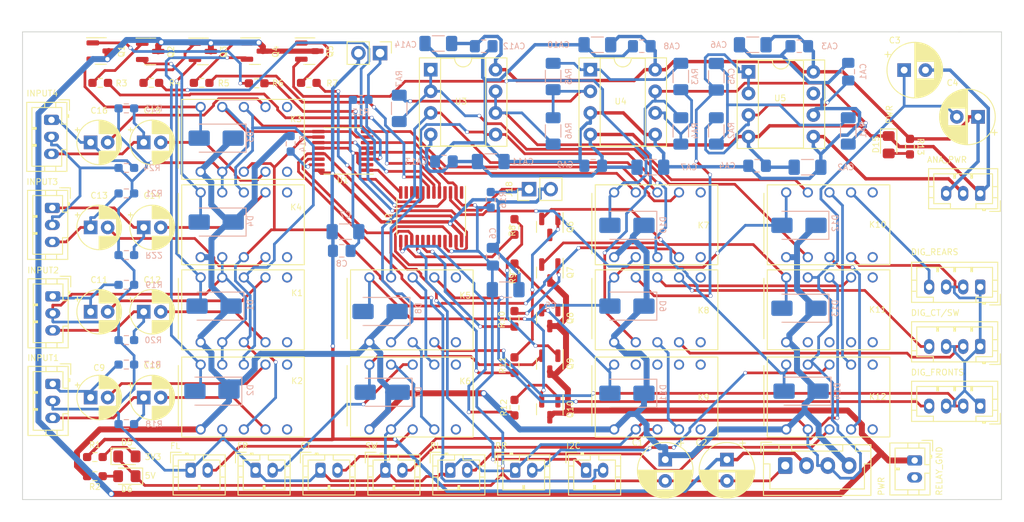
<source format=kicad_pcb>
(kicad_pcb (version 20221018) (generator pcbnew)
  (layers (0 "F.Cu" signal) (31 "B.Cu" signal) (34 "B.Paste" user) (35 "F.Paste" user) (36 "B.SilkS" user "B.Silkscreen") (37 "F.SilkS" user "F.Silkscreen") (38 "B.Mask" user) (39 "F.Mask" user) (44 "Edge.Cuts" user))
  (net 0 "")
  (net 1 "SCL")
  (net 2 "SDA")
  (net 3 "GND")
  (net 4 "AGND")
  (net 5 "FL")
  (net 6 "FR")
  (net 7 "CT")
  (net 8 "SW")
  (net 9 "RL")
  (net 10 "FL_DIG")
  (net 11 "FL_A")
  (net 12 "FR_A")
  (net 13 "FR_DIG")
  (net 14 "CT_DIG")
  (net 15 "CT_A")
  (net 16 "SW_A")
  (net 17 "SW_DIG")
  (net 18 "RL_DIG")
  (net 19 "RL_A")
  (net 20 "RR_A")
  (net 21 "RR_DIG")
  (net 22 "RCA1_L")
  (net 23 "RCA1_R")
  (net 24 "RCA2_L")
  (net 25 "RCA2_R")
  (net 26 "RCA3_L")
  (net 27 "RCA4_L")
  (net 28 "RCA4_R")
  (net 29 "5CHGND")
  (net 30 "FR_AIN")
  (net 31 "FL_AIN")
  (net 32 "FR_AV")
  (net 33 "FL_AV")
  (net 34 "V-")
  (net 35 "V+")
  (net 36 "Net-(U5-InA+)")
  (net 40 "OPGND")
  (net 41 "3V3")
  (net 42 "5V")
  (net 43 "Net-(D5-A)")
  (net 44 "Net-(Q1-B)")
  (net 45 "Net-(Q2-B)")
  (net 46 "Net-(Q3-B)")
  (net 47 "Net-(Q4-B)")
  (net 48 "Net-(Q5-B)")
  (net 49 "RCA4")
  (net 50 "RCA3")
  (net 51 "RCA2")
  (net 52 "RCA1")
  (net 53 "VOLCTL")
  (net 54 "Net-(Q6-B)")
  (net 55 "DIGCTL")
  (net 56 "RR")
  (net 57 "SW_SIG")
  (net 58 "RR_SIG")
  (net 59 "Net-(U1-VCC)")
  (net 60 "Net-(U4-InB-)")
  (net 61 "Net-(U4-OutA)")
  (net 62 "Net-(U4-InA-)")
  (net 63 "FR_SIG")
  (net 64 "Net-(Q7-B)")
  (net 65 "Net-(Q8-B)")
  (net 66 "Net-(Q9-B)")
  (net 67 "Net-(Q10-B)")
  (net 68 "FRONT_EN")
  (net 69 "CT_EN")
  (net 70 "SW_EN")
  (net 71 "REARS_EN")
  (net 80 "Net-(D15-A)")
  (net 81 "FL_SIG")
  (net 82 "CT_SIG")
  (net 83 "RL_SIG")
  (net 84 "Net-(D1-A)")
  (net 85 "Net-(D2-A)")
  (net 86 "Net-(D3-A)")
  (net 87 "Net-(D4-A)")
  (net 88 "Net-(D11-A)")
  (net 89 "Net-(D7-A)")
  (net 90 "Net-(D10-A)")
  (net 91 "Net-(D12-A)")
  (net 92 "Net-(D13-A)")
  (net 93 "Net-(D14-A)")
  (net 98 "Net-(CA5-Pad2)")
  (net 99 "Net-(D6-A)")
  (net 100 "POT_A1")
  (net 101 "GPIO_A2")
  (net 102 "Net-(J4-Pin_1)")
  (net 103 "Net-(J4-Pin_3)")
  (net 104 "Net-(J3-Pin_1)")
  (net 105 "Net-(J3-Pin_3)")
  (net 106 "Net-(J2-Pin_3)")
  (net 107 "Net-(J2-Pin_1)")
  (net 108 "RCA3_R")
  (net 109 "Net-(J1-Pin_3)")
  (net 110 "Net-(J1-Pin_1)")
  (net 111 "PGND")
  (footprint "Capacitor_THT:CP_Radial_D6.3mm_P2.50mm" (layer "F.Cu") (at 188 113.3 -90)
    (fp_text reference "C1")
    (fp_text value "100u")
  )
  (footprint "Package_DIP:DIP-8_W7.62mm_Socket" (layer "F.Cu") (at 197.78 67.7)
    (fp_text reference "U5")
    (fp_text value "OPA2134")
  )
  (footprint "Package_DIP:DIP-8_W7.62mm_Socket" (layer "F.Cu") (at 179.2 67.45)
    (fp_text reference "U4")
    (fp_text value "OPA2134")
  )
  (footprint "Connector_JST:JST_PH_B2B-PH-K_1x02_P2.00mm_Vertical" (layer "F.Cu") (at 162.75 114.55)
    (fp_text reference "J9" hide)
    (fp_text value "Conn_01x02_Pin")
  )
  (footprint "Resistor_SMD:R_0603_1608Metric_Pad0.98x0.95mm_HandSolder" (layer "F.Cu") (at 170.29 102.1906 90)
    (fp_text reference "R11")
    (fp_text value "1K")
  )
  (footprint "Package_TO_SOT_SMD:SOT-23" (layer "F.Cu") (at 146.1875 65.27)
    (fp_text reference "Q5")
    (fp_text value "BC859")
  )
  (footprint "MountingHole:MountingHole_3.2mm_M3" (layer "F.Cu") (at 225 115.5)
    (fp_text reference "H4" hide)
    (fp_text value "MountingHole")
  )
  (footprint "Capacitor_THT:CP_Radial_D6.3mm_P2.50mm" (layer "F.Cu") (at 216.0676 67.5)
    (fp_text reference "C3")
    (fp_text value "100u")
  )
  (footprint "Package_SO:TSSOP-24_4.4x7.8mm_P0.65mm" (layer "F.Cu") (at 160.5 84.75 -90)
    (fp_text reference "U2")
    (fp_text value "TCA9555")
  )
  (footprint "Connector_JST:JST_PH_B4B-PH-K_1x04_P2.00mm_Vertical" (layer "F.Cu") (at 225 107 180)
    (fp_text reference "J15" hide)
    (fp_text value "Conn_01x04_Pin")
  )
  (footprint "Resistor_SMD:R_0603_1608Metric_Pad0.98x0.95mm_HandSolder" (layer "F.Cu") (at 170.29 96.7468 90)
    (fp_text reference "R10")
    (fp_text value "1K")
  )
  (footprint "Connector_JST:JST_PH_B2B-PH-K_1x02_P2.00mm_Vertical" (layer "F.Cu") (at 155.125 114.55)
    (fp_text reference "J8" hide)
    (fp_text value "Conn_01x02_Pin")
  )
  (footprint "Connector_JST:JST_PH_B3B-PH-K_1x03_P2.00mm_Vertical" (layer "F.Cu") (at 116 83.7 -90)
    (fp_text reference "J2" hide)
    (fp_text value "Conn_01x03_Pin")
  )
  (footprint "Connector_JST:JST_PH_B3B-PH-K_1x03_P2.00mm_Vertical" (layer "F.Cu") (at 225 82 180)
    (fp_text reference "J16" hide)
    (fp_text value "Conn_01x03_Pin")
  )
  (footprint "Resistor_SMD:R_0603_1608Metric_Pad0.98x0.95mm_HandSolder" (layer "F.Cu") (at 121.6275 69 180)
    (fp_text reference "R3")
    (fp_text value "1K")
  )
  (footprint "Components:KEMET EA2" (layer "F.Cu") (at 138.5 95.69)
    (fp_text reference "K1")
    (fp_text value "EC2-5NU")
  )
  (footprint "Resistor_SMD:R_0603_1608Metric_Pad0.98x0.95mm_HandSolder" (layer "F.Cu") (at 127.6275 69 180)
    (fp_text reference "R4")
    (fp_text value "1K")
  )
  (footprint "Package_TO_SOT_SMD:SOT-23" (layer "F.Cu") (at 174.44 102.0206 -90)
    (fp_text reference "Q9")
    (fp_text value "BC859")
  )
  (footprint "LED_SMD:LED_0805_2012Metric_Pad1.15x1.40mm_HandSolder" (layer "F.Cu") (at 124.755 112.925)
    (fp_text reference "D5")
    (fp_text value "YELLOW")
  )
  (footprint "Components:KEMET EA2" (layer "F.Cu") (at 187.08 105.94)
    (fp_text reference "K9")
    (fp_text value "EC2-5NU")
  )
  (footprint "Connector_JST:JST_PH_B2B-PH-K_1x02_P2.00mm_Vertical" (layer "F.Cu") (at 139.875 114.55)
    (fp_text reference "J6" hide)
    (fp_text value "Conn_01x02_Pin")
  )
  (footprint "Resistor_SMD:R_0603_1608Metric_Pad0.98x0.95mm_HandSolder" (layer "F.Cu") (at 121 115.25)
    (fp_text reference "R2")
    (fp_text value "670R")
  )
  (footprint "Capacitor_THT:CP_Radial_D5.0mm_P2.00mm" (layer "F.Cu") (at 120.5 86)
    (fp_text reference "C13")
    (fp_text value "10u")
  )
  (footprint "MountingHole:MountingHole_3.2mm_M3" (layer "F.Cu") (at 115 65.5)
    (fp_text reference "H1" hide)
    (fp_text value "MountingHole")
  )
  (footprint "Components:KEMET EA2" (layer "F.Cu") (at 207.29 85.69)
    (fp_text reference "K10")
    (fp_text value "EC2-5NU")
  )
  (footprint "Connector_JST:JST_XH_B4B-XH-A_1x04_P2.50mm_Vertical" (layer "F.Cu") (at 202.1 114)
    (fp_text reference "J12" hide)
    (fp_text value "Conn_01x04_Pin")
  )
  (footprint "Resistor_SMD:R_0603_1608Metric_Pad0.98x0.95mm_HandSolder" (layer "F.Cu") (at 170.29 85.9406 90)
    (fp_text reference "R8")
    (fp_text value "1K")
  )
  (footprint "Package_TO_SOT_SMD:SOT-23" (layer "F.Cu") (at 127.4975 65.3)
    (fp_text reference "Q2")
    (fp_text value "BC859")
  )
  (footprint "Connector_JST:JST_PH_B3B-PH-K_1x03_P2.00mm_Vertical" (layer "F.Cu") (at 116.05 94.1 -90)
    (fp_text reference "J3" hide)
    (fp_text value "Conn_01x03_Pin")
  )
  (footprint "Connector_JST:JST_PH_B2B-PH-K_1x02_P2.00mm_Vertical" (layer "F.Cu") (at 217.3 113.4 -90)
    (fp_text reference "J19" hide)
    (fp_text value "Conn_01x02_Pin")
  )
  (footprint "Capacitor_THT:CP_Radial_D5.0mm_P2.00mm" (layer "F.Cu") (at 126.7354 86)
    (fp_text reference "C14")
    (fp_text value "10u")
  )
  (footprint "Connector_JST:JST_PH_B3B-PH-K_1x03_P2.00mm_Vertical" (layer "F.Cu") (at 116.05 104.4 -90)
    (fp_text reference "J4" hide)
    (fp_text value "Conn_01x03_Pin")
  )
  (footprint "Package_TO_SOT_SMD:SOT-23" (layer "F.Cu") (at 174.44 85.9406 -90)
    (fp_text reference "Q6")
    (fp_text value "BC859")
  )
  (footprint "LED_SMD:LED_0805_2012Metric_Pad1.15x1.40mm_HandSolder" (layer "F.Cu") (at 124.75 115.25 180)
    (fp_text reference "D6")
    (fp_text value "BLUE")
  )
  (footprint "Capacitor_THT:CP_Radial_D5.0mm_P2.00mm" (layer "F.Cu") (at 126.7354 106)
    (fp_text reference "C10")
    (fp_text value "10u")
  )
  (footprint "Capacitor_THT:CP_Radial_D6.3mm_P2.50mm" (layer "F.Cu") (at 195.25 113.3 -90)
    (fp_text reference "C2")
    (fp_text value "100u")
  )
  (footprint "Resistor_SMD:R_0603_1608Metric_Pad0.98x0.95mm_HandSolder" (layer "F.Cu") (at 121 113)
    (fp_text reference "R1")
    (fp_text value "430R")
  )
  (footprint "Package_DIP:DIP-8_W7.62mm_Socket" (layer "F.Cu") (at 160.45 67.45)
    (fp_text reference "U3")
    (fp_text value "OPA2134")
  )
  (footprint "Connector_PinHeader_2.54mm:PinHeader_1x02_P2.54mm_Vertical" (layer "F.Cu") (at 154.5 65.5 -90)
    (fp_text reference "J17" hide)
    (fp_text value "Conn_01x02_Pin")
  )
  (footprint "Capacitor_THT:CP_Radial_D5.0mm_P2.00mm" (layer "F.Cu") (at 126.7354 95.9155)
    (fp_text reference "C12")
    (fp_text value "10u")
  )
  (footprint "Components:KEMET EA2" (layer "F.Cu") (at 207.29 95.69)
    (fp_text reference "K11")
    (fp_text value "EC2-5NU")
  )
  (footprint "Package_SO:TSSOP-16_4.4x5mm_P0.65mm" (layer "F.Cu") (at 150.1125 77 180)
    (fp_text reference "U1")
    (fp_text value "DS1881")
  )
  (footprint "Package_TO_SOT_SMD:SOT-23" (layer "F.Cu") (at 133.6875 65.3)
    (fp_text reference "Q3")
    (fp_text value "BC859")
  )
  (footprint "Connector_JST:JST_PH_B2B-PH-K_1x02_P2.00mm_Vertical" (layer "F.Cu") (at 132.25 114.55)
    (fp_text reference "J5" hide)
    (fp_text value "Conn_01x02_Pin")
  )
  (footprint "Components:KEMET EA2" (layer "F.Cu") (at 187.08 95.69)
    (fp_text reference "K8")
    (fp_text value "EC2-5NU")
  )
  (footprint "Capacitor_THT:CP_Radial_D6.3mm_P2.50mm" (layer "F.Cu") (at 224.75 73 180)
    (fp_text reference "C4")
    (fp_text value "100u")
  )
  (footprint "Components:KEMET EA2" (layer "F.Cu") (at 138.5 105.94)
    (fp_text reference "K2")
    (fp_text value "KEMET ")
  )
  (footprint "Package_TO_SOT_SMD:SOT-23" (layer "F.Cu") (at 139.795 65.27)
    (fp_text reference "Q4")
    (fp_text value "BC859")
  )
  (footprint "Capacitor_THT:CP_Radial_D5.0mm_P2.00mm" (layer "F.Cu") (at 120.5 106)
    (fp_text reference "C9")
    (fp_text value "10u")
  )
  (footprint "Capacitor_THT:CP_Radial_D5.0mm_P2.00mm" (layer "F.Cu") (at 120.5 76)
    (fp_text reference "C16")
    (fp_text value "10u")
  )
  (footprint "Package_TO_SOT_SMD:SOT-23" (layer "F.Cu") (at 174.44 96.6606 -90)
    (fp_text reference "Q8")
    (fp_text value "BC859")
  )
  (footprint "Connector_JST:JST_PH_B2B-PH-K_1x02_P2.00mm_Vertical" (layer "F.Cu") (at 147.5 114.55)
    (fp_text reference "J7" hide)
    (fp_text value "Conn_01x02_Pin")
  )
  (footprint "Connector_JST:JST_PH_B4B-PH-K_1x04_P2.00mm_Vertical" (layer "F.Cu") (at 225 93 180)
    (fp_text reference "J13" hide)
    (fp_text value "Conn_01x04_Pin")
  )
  (footprint "Package_TO_SOT_SMD:SOT-23" (layer "F.Cu") (at 174.44 107.3806 -90)
    (fp_text reference "Q10")
    (fp_text value "BC859")
  )
  (footprint "Components:KEMET EA2" (layer "F.Cu") (at 138.5 85.69)
    (fp_text reference "K4")
    (fp_text value "EC2-5NU")
  )
  (footprint "Connector_PinHeader_2.54mm:PinHeader_1x02_P2.54mm_Vertical" (layer "F.Cu") (at 172 81.5 90)
    (fp_text reference "J18")
    (fp_text value "Conn_01x02_Pin")
  )
  (footprint "Connector_JST:JST_PH_B4B-PH-K_1x04_P2.00mm_Vertical" (layer "F.Cu") (at 225 100 180)
    (fp_text reference "J14" hide)
    (fp_text value "Conn_01x04_Pin")
  )
  (footprint "Connector_JST:JST_PH_B2B-PH-K_1x02_P2.00mm_Vertical" (layer "F.Cu") (at 178.7 114.55)
    (fp_text reference "J11" hide)
    (fp_text value "Conn_01x02_Male")
  )
  (footprint "Connector_JST:JST_PH_B2B-PH-K_1x02_P2.00mm_Vertical" (layer "F.Cu") (at 170.375 114.55)
    (fp_text reference "J10" hide)
    (fp_text value "Conn_01x02_Pin")
  )
  (footprint "MountingHole:MountingHole_3.2mm_M3" (layer "F.Cu") (at 115 115.5)
    (fp_text reference "H2" hide)
    (fp_text value "MountingHole")
  )
  (footprint "Components:KEMET EA2" (layer "F.Cu") (at 207.29 105.94)
    (fp_text reference "K12")
    (fp_text value "EC2-5NU")
  )
  (footprint "Resistor_SMD:R_0603_1608Metric_Pad0.98x0.95mm_HandSolder" (layer "F.Cu") (at 170.29 107.1906 90)
    (fp_text reference "R12")
    (fp_text value "1K")
  )
  (footprint "MountingHole:MountingHole_3.2mm_M3" (layer "F.Cu") (at 225 65.5)
    (fp_text reference "H3" hide)
    (fp_text value "MountingHole")
  )
  (footprint "Resistor_SMD:R_0603_1608Metric_Pad0.98x0.95mm_HandSolder" (layer "F.Cu") (at 216.75 76.5 -90)
    (fp_text reference "R13")
    (fp_text value "5K")
  )
  (footprint "Components:KEMET EA2" (layer "F.Cu") (at 158.33 95.69)
    (fp_text reference "K5")
    (fp_text value "EC2-5NU")
  )
  (footprint "Components:KEMET EA2" (layer "F.Cu") (at 158.33 105.94)
    (fp_text reference "K6")
    (fp_text value "EC2-5NU")
  )
  (footprint "Components:KEMET EA2" (layer "F.Cu") (at 138.5 75.6433)
    (fp_text reference "K3")
    (fp_text value "EC2-5NU")
  )
  (footprint "Resistor_SMD:R_0603_1608Metric_Pad0.98x0.95mm_HandSolder" (layer "F.Cu") (at 170.29 91.1625 90)
    (fp_text reference "R9")
    (fp_text value "1K")
  )
  (footprint "Package_TO_SOT_SMD:SOT-23" (layer "F.Cu") (at 174.44 91.3006 -90)
    (fp_text reference "Q7")
    (fp_text value "BC859")
  )
  (footprint "LED_SMD:LED_0805_2012Metric_Pad1.15x1.40mm_HandSolder" (layer "F.Cu") (at 214.25 76.275 -90)
    (fp_text reference "D15")
    (fp_text value "WHITE")
  )
  (footprint "Package_TO_SOT_SMD:SOT-23" (layer "F.Cu") (at 121.6875 65.25)
    (fp_text reference "Q1")
    (fp_text value "BC859")
  )
  (footprint "Resistor_SMD:R_0603_1608Metric_Pad0.98x0.95mm_HandSolder" (layer "F.Cu") (at 133.54 69 180)
    (fp_text reference "R5")
    (fp_text value "1K")
  )
  (footprint "Components:KEMET EA2" (layer "F.Cu") (at 187.08 85.69)
    (fp_text reference "K7")
    (fp_text value "EC2-5NU")
  )
  (footprint "Resistor_SMD:R_0603_1608Metric_Pad0.98x0.95mm_HandSolder" (layer "F.Cu") (at 146.1275 69 180)
    (fp_text reference "R7")
    (fp_text value "1K")
  )
  (footprint "Capacitor_THT:CP_Radial_D5.0mm_P2.00mm" (layer "F.Cu") (at 120.5 95.9155)
    (fp_text reference "C11")
    (fp_text value "10u")
  )
  (footprint "Capacitor_THT:CP_Radial_D5.0mm_P2.00mm" (layer "F.Cu") (at 126.7354 76)
    (fp_text reference "C15")
    (fp_text value "10u")
  )
  (footprint "Resistor_SMD:R_0603_1608Metric_Pad0.98x0.95mm_HandSolder" (layer "F.Cu") (at 140 69.05 180)
    (fp_text reference "R6")
    (fp_text value "1K")
  )
  (footprint "Connector_JST:JST_PH_B3B-PH-K_1x03_P2.00mm_Vertical" (layer "F.Cu") (at 115.9 73.35 -90)
    (fp_text reference "J1" hide)
    (fp_text value "Conn_01x03_Pin")
  )
  (footprint "Resistor_SMD:R_0603_1608Metric_Pad0.98x0.95mm_HandSolder" (layer "B.Cu") (at 124.6928 72)
    (fp_text reference "R23")
    (fp_text value "10K")
  )
  (footprint "Diode_SMD:D_SMA" (layer "B.Cu") (at 135.25 85.3667 180)
    (fp_text reference "D4")
    (fp_text value "1N4001")
  )
  (footprint "Diode_SMD:D_SMA" (layer "B.Cu") (at 135.25 75.5 180)
    (fp_text reference "D3")
    (fp_text value "1N4001")
  )
  (footprint "Resistor_SMD:R_1206_3216Metric_Pad1.30x1.75mm_HandSolder" (layer "B.Cu") (at 189.83 68.25 90)
    (fp_text reference "RA3")
    (fp_text value "1K")
  )
  (footprint "Capacitor_SMD:C_0805_2012Metric_Pad1.18x1.45mm_HandSolder" (layer "B.Cu") (at 209.4994 67.68 -90)
    (fp_text reference "CA1")
    (fp_text value "10n")
  )
  (footprint "Capacitor_SMD:C_0805_2012Metric_Pad1.18x1.45mm_HandSolder" (layer "B.Cu") (at 203.7464 64.69)
    (fp_text reference "CA3")
    (fp_text value "0.1u")
  )
  (footprint "Resistor_SMD:R_1206_3216Metric_Pad1.30x1.75mm_HandSolder" (layer "B.Cu") (at 174.83 68.25 90)
    (fp_text reference "RA5")
    (fp_text value "1K")
  )
  (footprint "Resistor_SMD:R_1206_3216Metric_Pad1.30x1.75mm_HandSolder" (layer "B.Cu") (at 209.4994 74.6511 90)
    (fp_text reference "RA1")
    (fp_text value "7.5K")
  )
  (footprint "Capacitor_SMD:C_1206_3216Metric_Pad1.33x1.80mm_HandSolder" (layer "B.Cu") (at 204.7125 78.92 180)
    (fp_text reference "CA2")
    (fp_text value "10u")
  )
  (footprint "Resistor_SMD:R_0603_1608Metric_Pad0.98x0.95mm_HandSolder" (layer "B.Cu") (at 124.6928 99.25)
    (fp_text reference "R20")
    (fp_text value "10K")
  )
  (footprint "Resistor_SMD:R_1206_3216Metric_Pad1.30x1.75mm_HandSolder" (layer "B.Cu") (at 194 74.6511 90)
    (fp_text reference "RA2")
    (fp_text value "130K")
  )
  (footprint "Diode_SMD:D_SMA" (layer "B.Cu") (at 135 95.25 180)
    (fp_text reference "D1")
    (fp_text value "1N4001")
  )
  (footprint "Capacitor_SMD:C_1206_3216Metric_Pad1.33x1.80mm_HandSolder" (layer "B.Cu") (at 186.25 78.92 180)
    (fp_text reference "CA7")
    (fp_text value "10u")
  )
  (footprint "Capacitor_SMD:C_1206_3216Metric_Pad1.33x1.80mm_HandSolder" (layer "B.Cu") (at 161.3425 64.37)
    (fp_text reference "CA14")
    (fp_text value "10u")
  )
  (footprint "Diode_SMD:D_SMA" (layer "B.Cu") (at 183.5 85.75 180)
    (fp_text reference "D10")
    (fp_text value "1N4001")
  )
  (footprint "Capacitor_SMD:C_0805_2012Metric_Pad1.18x1.45mm_HandSolder" (layer "B.Cu") (at 198.7875 78.75)
    (fp_text reference "CA4")
    (fp_text value "0.1u")
  )
  (footprint "Resistor_SMD:R_0603_1608Metric_Pad0.98x0.95mm_HandSolder" (layer "B.Cu") (at 124.6928 92.75 180)
    (fp_text reference "R19")
    (fp_text value "10K")
  )
  (footprint "Diode_SMD:D_SMA" (layer "B.Cu") (at 203.96 105.25 180)
    (fp_text reference "D14")
    (fp_text value "1N4001")
  )
  (footprint "Resistor_SMD:R_0603_1608Metric_Pad0.98x0.95mm_HandSolder" (layer "B.Cu") (at 144 76.1625 90)
    (fp_text reference "R14")
    (fp_text value "0R")
  )
  (footprint "Capacitor_SMD:C_0805_2012Metric_Pad1.18x1.45mm_HandSolder" (layer "B.Cu") (at 162 78.25)
    (fp_text reference "CA13")
    (fp_text value "0.1u")
  )
  (footprint "Diode_SMD:D_SMA" (layer "B.Cu") (at 183.5 95.25 180)
    (fp_text reference "D9")
    (fp_text value "1N4001")
  )
  (footprint "Capacitor_SMD:C_1206_3216Metric_Pad1.33x1.80mm_HandSolder" (layer "B.Cu") (at 198.28 64.52)
    (fp_text reference "CA6")
    (fp_text value "10u")
  )
  (footprint "Resistor_SMD:R_0603_1608Metric_Pad0.98x0.95mm_HandSolder" (layer "B.Cu") (at 152.22 71)
    (fp_text reference "R15")
    (fp_text value "670R")
  )
  (footprint "Resistor_SMD:R_0603_1608Metric_Pad0.98x0.95mm_HandSolder" (layer "B.Cu") (at 124.6928 82 180)
    (fp_text reference "R21")
    (fp_text value "10K")
  )
  (footprint "Diode_SMD:D_SMA" (layer "B.Cu") (at 183.5 105.5 180)
    (fp_text reference "D11")
    (fp_text value "1N4001")
  )
  (footprint "Resistor_SMD:R_0603_1608Metric_Pad0.98x0.95mm_HandSolder" (layer "B.Cu") (at 124.6928 89.25)
    (fp_text reference "R22")
    (fp_text value "10K")
  )
  (footprint "Capacitor_SMD:C_0805_2012Metric_Pad1.18x1.45mm_HandSolder" (layer "B.Cu") (at 166.6753 64.69 180)
    (fp_text reference "CA12")
    (fp_text value "0.1u")
  )
  (footprint "Resistor_SMD:R_1206_3216Metric_Pad1.30x1.75mm_HandSolder" (layer "B.Cu") (at 156.75 72 90)
    (fp_text reference "RA7")
    (fp_text value "2K")
  )
  (footprint "Diode_SMD:D_SMA" (layer "B.Cu") (at 203.71 85.75 180)
    (fp_text reference "D12")
    (fp_text value "1N4001")
  )
  (footprint "Capacitor_SMD:C_1206_3216Metric_Pad1.33x1.80mm_HandSolder" (layer "B.Cu") (at 169.25 93.3206 180)
    (fp_text reference "C5")
    (fp_text value "10U")
  )
  (footprint "Resistor_SMD:R_1206_3216Metric_Pad1.30x1.75mm_HandSolder" (layer "B.Cu") (at 174.83 74.6511 90)
    (fp_text reference "RA6")
    (fp_text value "2K")
  )
  (footprint "Capacitor_SMD:C_1206_3216Metric_Pad1.33x1.80mm_HandSolder" (layer "B.Cu") (at 167.5 78.25 180)
    (fp_text reference "CA11")
    (fp_text value "10u")
  )
  (footprint "Resistor_SMD:R_0603_1608Metric_Pad0.98x0.95mm_HandSolder" (layer "B.Cu") (at 124.6928 102.1233 180)
    (fp_text reference "R17")
    (fp_text value "10K")
  )
  (footprint "Resistor_SMD:R_1206_3216Metric_Pad1.30x1.75mm_HandSolder" (layer "B.Cu") (at 189.83 74.6511 -90)
    (fp_text reference "RA4")
    (fp_text value "1K")
  )
  (footprint "Capacitor_SMD:C_1206_3216Metric_Pad1.33x1.80mm_HandSolder" (layer "B.Cu") (at 180.03 64.52)
    (fp_text reference "CA10")
    (fp_text value "10u")
  )
  (footprint "Capacitor_SMD:C_0805_2012Metric_Pad1.18x1.45mm_HandSolder" (layer "B.Cu") (at 179.5375 78.75)
    (fp_text reference "CA9")
    (fp_text value "0.1u")
  )
  (footprint "Resistor_SMD:R_0603_1608Metric_Pad0.98x0.95mm_HandSolder" (layer "B.Cu") (at 167.5 82.75 90)
    (fp_text reference "R16")
    (fp_text value "670R")
  )
  (footprint "Resistor_SMD:R_0603_1608Metric_Pad0.98x0.95mm_HandSolder" (layer "B.Cu") (at 124.6928 109.1233)
    (fp_text reference "R18")
    (fp_text value "10K")
  )
  (footprint "Capacitor_SMD:C_1206_3216Metric_Pad1.33x1.80mm_HandSolder" (layer "B.Cu") (at 150.4375 86.5)
    (fp_text reference "C7")
    (fp_text value "10U")
  )
  (footprint "Capacitor_SMD:C_0805_2012Metric_Pad1.18x1.45mm_HandSolder" (layer "B.Cu") (at 185.2464 64.69)
    (fp_text reference "CA8")
    (fp_text value "0.1u")
  )
  (footprint "Capacitor_SMD:C_0805_2012Metric_Pad1.18x1.45mm_HandSolder" (layer "B.Cu") (at 167.75 89.4406 -90)
    (fp_text reference "C6")
    (fp_text value "0.1U")
  )
  (footprint "Diode_SMD:D_SMA" (layer "B.Cu") (at 203.71 95.5 180)
    (fp_text reference "D13")
    (fp_text value "1N4001")
  )
  (footprint "Diode_SMD:D_SMA" (layer "B.Cu") (at 154.5 95.88 180)
    (fp_text reference "D8")
    (fp_text value "1N4001")
  )
  (footprint "Capacitor_SMD:C_1206_3216Metric_Pad1.33x1.80mm_HandSolder" (layer "B.Cu") (at 194 68.28 90)
    (fp_text reference "CA5")
    (fp_text value "100n")
  )
  (footprint "Capacitor_SMD:C_0805_2012Metric_Pad1.18x1.45mm_HandSolder" (layer "B.Cu") (at 150 88.75)
    (fp_text reference "C8")
    (fp_text value "0.1U")
  )
  (footprint "Diode_SMD:D_SMA" (layer "B.Cu") (at 154.75 105.38 180)
    (fp_text reference "D7")
    (fp_text value "1N4001")
  )
  (footprint "Resistor_SMD:R_0603_1608Metric_Pad0.98x0.95mm_HandSolder" (layer "B.Cu") (at 124.6928 79)
    (fp_text reference "R24")
    (fp_text value "10K")
  )
  (footprint "Diode_SMD:D_SMA" (layer "B.Cu") (at 134.75 105.25 180)
    (fp_text reference "D2")
    (fp_text value "1N4001")
  )
  (gr_line (start 227.5 63) (end 227.5 118) (stroke (width 0.1)) (layer "Edge.Cuts"))
  (gr_line (start 112.5 63) (end 112.5 118) (stroke (width 0.1)) (layer "Edge.Cuts"))
  (gr_line (start 112.5 118) (end 222.5 118) (stroke (width 0.1)) (layer "Edge.Cuts"))
  (gr_line (start 227.5 118) (end 222.5 118) (stroke (width 0.1)) (layer "Edge.Cuts"))
  (gr_line (start 112.5 63) (end 222.5 63) (stroke (width 0.1)) (layer "Edge.Cuts"))
  (gr_line (start 222.5 63) (end 227.5 63) (stroke (width 0.1)) (layer "Edge.Cuts"))
  (gr_text "DIG_FRONTS" (at 216.8 103.45) (layer "F.SilkS") (effects (font (size 0.7 0.7) (thickness 0.1)) (justify left bottom)))
  (gr_text "DIG_CT/SW" (at 216.8 96.45) (layer "F.SilkS") (effects (font (size 0.7 0.7) (thickness 0.1)) (justify left bottom)))
  (gr_text "RR" (at 167.95 112.1) (layer "F.SilkS") (effects (font (size 0.7 0.7) (thickness 0.1)) (justify left bottom)))
  (gr_text "ANA_PWR" (at 218.7 78.45) (layer "F.SilkS") (effects (font (size 0.7 0.7) (thickness 0.1)) (justify left bottom)))
  (gr_text "RELAY_GND" (at 220.6 117.6 90) (layer "F.SilkS") (effects (font (size 0.7 0.7) (thickness 0.1)) (justify left bottom)))
  (gr_text "FL\n" (at 129.785 112.1) (layer "F.SilkS") (effects (font (size 0.7 0.7) (thickness 0.1)) (justify left bottom)))
  (gr_text "SW" (at 152.7 112.1) (layer "F.SilkS") (effects (font (size 0.7 0.7) (thickness 0.1)) (justify left bottom)))
  (gr_text "INPUT4" (at 112.9 70.65) (layer "F.SilkS") (effects (font (size 0.7 0.7) (thickness 0.1)) (justify left bottom)))
  (gr_text "PWR" (at 214.75 73.89 90) (layer "F.SilkS") (effects (font (size 0.7 0.7) (thickness 0.1)) (justify left bottom)))
  (gr_text "INPUT3" (at 112.9 81.05) (layer "F.SilkS") (effects (font (size 0.7 0.7) (thickness 0.1)) (justify left bottom)))
  (gr_text "3V3" (at 126.8 113.4) (layer "F.SilkS") (effects (font (size 0.7 0.7) (thickness 0.1)) (justify left bottom)))
  (gr_text "INPUT2" (at 113 91.45) (layer "F.SilkS") (effects (font (size 0.7 0.7) (thickness 0.1)) (justify left bottom)))
  (gr_text "FR\n" (at 137.635 112.1) (layer "F.SilkS") (effects (font (size 0.7 0.7) (thickness 0.1)) (justify left bottom)))
  (gr_text "5V\n" (at 126.8 115.6) (layer "F.SilkS") (effects (font (size 0.7 0.7) (thickness 0.1)) (justify left bottom)))
  (gr_text "DIG_REARS" (at 216.8 89.3) (layer "F.SilkS") (effects (font (size 0.7 0.7) (thickness 0.1)) (justify left bottom)))
  (gr_text "INPUT1" (at 113 101.75) (layer "F.SilkS") (effects (font (size 0.7 0.7) (thickness 0.1)) (justify left bottom)))
  (gr_text "RL\n" (at 160.325 112.1) (layer "F.SilkS") (effects (font (size 0.7 0.7) (thickness 0.1)) (justify left bottom)))
  (gr_text "CT" (at 145.075 112.1) (layer "F.SilkS") (effects (font (size 0.7 0.7) (thickness 0.1)) (justify left bottom)))
  (gr_text "PWR" (at 213.8 117.6 90) (layer "F.SilkS") (effects (font (size 0.7 0.7) (thickness 0.1)) (justify left bottom)))
  (gr_text "I2C" (at 176.3 112.1) (layer "F.SilkS") (effects (font (size 0.7 0.7) (thickness 0.1)) (justify left bottom)))
  (segment (start 155.7552 88.9896) (end 157.6837 90.9181) (width 0.32) (layer "F.Cu") (net 1))
  (segment (start 146.0528 77.975) (end 147.25 77.975) (width 0.32) (layer "F.Cu") (net 1))
  (segment (start 162.775 87.6125) (end 162.775 86.8177) (width 0.32) (layer "F.Cu") (net 1))
  (segment (start 158.7719 90.9181) (end 159.2919 91.4381) (width 0.32) (layer "F.Cu") (net 1))
  (segment (start 156.4818 85.9074) (end 155.7552 86.634) (width 0.32) (layer "F.Cu") (net 1))
  (segment (start 155.7552 86.634) (end 155.7552 88.9896) (width 0.32) (layer "F.Cu") (net 1))
  (segment (start 159.2919 91.4381) (end 159.2919 91.7021) (width 0.32) (layer "F.Cu") (net 1))
  (segment (start 145.4421 79.1101) (end 145.4421 78.5857) (width 0.32) (layer "F.Cu") (net 1))
  (segment (start 155.7552 86.634) (end 152.966 86.634) (width 0.32) (layer "F.Cu") (net 1))
  (segment (start 152.966 86.634) (end 145.4421 79.1101) (width 0.32) (layer "F.Cu") (net 1))
  (segment (start 177.416 113.266) (end 167.7594 113.266) (width 0.32) (layer "F.Cu") (net 1))
  (segment (start 157.6837 90.9181) (end 158.7719 90.9181) (width 0.32) (layer "F.Cu") (net 1))
  (segment (start 159.2919 91.7021) (end 161.1211 93.5313) (width 0.32) (layer "F.Cu") (net 1))
  (segment (start 145.4421 78.5857) (end 146.0528 77.975) (width 0.32) (layer "F.Cu") (net 1))
  (segment (start 162.775 86.8177) (end 161.8647 85.9074) (width 0.32) (layer "F.Cu") (net 1))
  (segment (start 161.8647 85.9074) (end 156.4818 85.9074) (width 0.32) (layer "F.Cu") (net 1))
  (segment (start 161.1211 93.5313) (end 161.1211 94.6152) (width 0.32) (layer "F.Cu") (net 1))
  (segment (start 178.7 114.55) (end 177.416 113.266) (width 0.32) (layer "F.Cu") (net 1))
  (via (at 161.1211 94.6152) (size 0.45) (drill 0.35) (layers "F.Cu" "B.Cu") (net 1))
  (via (at 167.7594 113.266) (size 0.45) (drill 0.35) (layers "F.Cu" "B.Cu") (net 1))
  (segment (start 161.1211 94.6152) (end 162.4015 95.8956) (width 0.32) (layer "B.Cu") (net 1))
  (segment (start 162.4015 95.8956) (end 162.4015 106.0252) (width 0.32) (layer "B.Cu") (net 1))
  (segment (start 162.4015 106.0252) (end 167.7594 111.3831) (width 0.32) (layer "B.Cu") (net 1))
  (segment (start 167.7594 111.3831) (end 167.7594 113.266) (width 0.32) (layer "B.Cu") (net 1))
  (segment (start 145.9563 77.325) (end 144.9202 78.3611) (width 0.32) (layer "F.Cu") (net 2))
  (segment (start 163.425 88.4151) (end 163.7356 88.7257) (width 0.32) (layer "F.Cu") (net 2))
  (segment (start 164.6642 86.542) (end 162.7633 84.6411) (width 0.32) (layer "F.Cu") (net 2))
  (segment (start 144.9202 78.3611) (end 144.9202 79.4456) (width 0.32) (layer "F.Cu") (net 2))
  (segment (start 163.425 87.6125) (end 163.425 88.4151) (width 0.32) (layer "F.Cu") (net 2))
  (segment (start 147.9913 77.325) (end 147.25 77.325) (width 0.32) (layer "F.Cu") (net 2))
  (segment (start 157.0601 92.0103) (end 159.3299 94.2801) (width 0.32) (layer "F.Cu") (net 2))
  (segment (start 163.7356 88.7257) (end 164.3541 88.7257) (width 0.32) (layer "F.Cu") (net 2))
  (segment (start 157.0601 91.5855) (end 157.0601 92.0103) (width 0.32) (layer "F.Cu") (net 2))
  (segment (start 162.7633 84.6411) (end 155.3074 84.6411) (width 0.32) (layer "F.Cu") (net 2))
  (segment (start 144.9202 79.4456) (end 157.0601 91.5855) (width 0.32) (layer "F.Cu") (net 2))
  (segment (start 155.3074 84.6411) (end 147.9913 77.325) (width 0.32) (layer "F.Cu") (net 2))
  (segment (start 164.6642 88.4156) (end 164.6642 86.542) (width 0.32) (layer "F.Cu") (net 2))
  (segment (start 164.3541 88.7257) (end 164.6642 88.4156) (width 0.32) (layer "F.Cu") (net 2))
  (segment (start 159.3299 94.2801) (end 160.5221 94.2801) (width 0.32) (layer "F.Cu") (net 2))
  (segment (start 147.25 77.325) (end 145.9563 77.325) (width 0.32) (layer "F.Cu") (net 2))
  (via (at 160.5221 94.2801) (size 0.45) (drill 0.35) (layers "F.Cu" "B.Cu") (net 2))
  (segment (start 179.7381 115.3678) (end 179.2835 115.8224) (width 0.32) (layer "B.Cu") (net 2))
  (segment (start 179.7381 114.55) (end 179.7381 115.3678) (width 0.32) (layer "B.Cu") (net 2))
  (segment (start 160.5221 94.9919) (end 160.5221 94.2801) (width 0.32) (layer "B.Cu") (net 2))
  (segment (start 161.8796 96.3494) (end 160.5221 94.9919) (width 0.32) (layer "B.Cu") (net 2))
  (segment (start 180.7 114.55) (end 179.7381 114.55) (width 0.32) (layer "B.Cu") (net 2))
  (segment (start 161.7384 113.1703) (end 161.8796 113.0291) (width 0.32) (layer "B.Cu") (net 2))
  (segment (start 161.8796 113.0291) (end 161.8796 96.3494) (width 0.32) (layer "B.Cu") (net 2))
  (segment (start 179.2835 115.8224) (end 162.1331 115.8224) (width 0.32) (layer "B.Cu") (net 2))
  (segment (start 161.7384 115.4277) (end 161.7384 113.1703) (width 0.32) (layer "B.Cu") (net 2))
  (segment (start 162.1331 115.8224) (end 161.7384 115.4277) (width 0.32) (layer "B.Cu") (net 2))
  (segment (start 152.975 79.275) (end 154.2753 79.275) (width 0.32) (layer "F.Cu") (net 3))
  (segment (start 152.975 77.1625) (end 152.975 76.675) (width 0.32) (layer "F.Cu") (net 3))
  (segment (start 152.975 77.325) (end 152.975 77.1625) (width 0.32) (layer "F.Cu") (net 3))
  (segment (start 151.793 77.2613) (end 151.3099 77.2613) (width 0.32) (layer "F.Cu") (net 3))
  (segment (start 162.5299 80.7575) (end 163.0502 80.7575) (width 0.32) (layer "F.Cu") (net 3))
  (segment (start 151.8567 77.325) (end 152.975 77.325) (width 0.32) (layer "F.Cu") (net 3))
  (segment (start 150.7236 76.675) (end 147.25 76.675) (width 0.32) (layer "F.Cu") (net 3))
  (segment (start 195.25 115.8) (end 188 115.8) (width 0.32) (layer "F.Cu") (net 3))
  (segment (start 123.73 113.205) (end 125.775 115.25) (width 0.32) (layer "F.Cu") (net 3))
  (segment (start 164.1827 83.3865) (end 165.6474 83.3865) (width 0.32) (layer "F.Cu") (net 3))
  (segment (start 156.8878 81.8875) (end 156.925 81.8875) (width 0.32) (layer "F.Cu") (net 3))
  (segment (start 151.8567 77.325) (end 151.793 77.2613) (width 0.32) (layer "F.Cu") (net 3))
  (segment (start 152.1362 78.625) (end 151.8567 78.3455) (width 0.32) (layer "F.Cu") (net 3))
  (segment (start 158.9349 77.1625) (end 162.5299 80.7575) (width 0.32) (layer "F.Cu") (net 3))
  (segment (start 151.8567 78.3455) (end 151.8567 77.325) (width 0.32) (layer "F.Cu") (net 3))
  (segment (start 167.5198 116.3364) (end 126.8614 116.3364) (width 0.32) (layer "F.Cu") (net 3))
  (segment (start 126.8614 116.3364) (end 125.775 115.25) (width 0.32) (layer "F.Cu") (net 3))
  (segment (start 151.3099 77.2613) (end 150.7236 76.675) (width 0.32) (layer "F.Cu") (net 3))
  (segment (start 202.1 114) (end 200.3 115.8) (width 0.32) (layer "F.Cu") (net 3))
  (segment (start 162.5509 88.7962) (end 162.9031 88.7962) (width 0.32) (layer "F.Cu") (net 3))
  (segment (start 152.975 78.625) (end 152.975 79.275) (width 0.32) (layer "F.Cu") (net 3))
  (segment (start 163.0502 80.7575) (end 163.425 81.1323) (width 0.32) (layer "F.Cu") (net 3))
  (segment (start 163.425 82.6288) (end 164.1827 83.3865) (width 0.32) (layer "F.Cu") (net 3))
  (segment (start 168.9144 114.9418) (end 167.5198 116.3364) (width 0.32) (layer "F.Cu") (net 3))
  (segment (start 163.425 81.8875) (end 163.425 82.6288) (width 0.32) (layer "F.Cu") (net 3))
  (segment (start 169.7726 115.8) (end 168.9144 114.9418) (width 0.32) (layer "F.Cu") (net 3))
  (segment (start 162.125 87.6125) (end 162.125 88.3703) (width 0.32) (layer "F.Cu") (net 3))
  (segment (start 200.3 115.8) (end 195.25 115.8) (width 0.32) (layer "F.Cu") (net 3))
  (segment (start 188 115.8) (end 169.7726 115.8) (width 0.32) (layer "F.Cu") (net 3))
  (segment (start 162.125 88.3703) (end 162.5509 88.7962) (width 0.32) (layer "F.Cu") (net 3))
  (segment (start 152.975 77.1625) (end 158.9349 77.1625) (width 0.32) (layer "F.Cu") (net 3))
  (segment (start 123.73 112.925) (end 123.73 113.205) (width 0.32) (layer "F.Cu") (net 3))
  (segment (start 152.975 78.625) (end 152.1362 78.625) (width 0.32) (layer "F.Cu") (net 3))
  (segment (start 168.9144 114.9418) (end 168.9144 114.0336) (width 0.32) (layer "F.Cu") (net 3))
  (segment (start 163.425 81.1323) (end 163.425 81.8875) (width 0.32) (layer "F.Cu") (net 3))
  (segment (start 154.2753 79.275) (end 156.8878 81.8875) (width 0.32) (layer "F.Cu") (net 3))
  (via (at 162.9031 88.7962) (size 0.45) (drill 0.35) (layers "F.Cu" "B.Cu") (net 3))
  (via (at 151.3099 77.2613) (size 0.45) (drill 0.35) (layers "F.Cu" "B.Cu") (net 3))
  (via (at 168.9144 114.0336) (size 0.45) (drill 0.35) (layers "F.Cu" "B.Cu") (net 3))
  (via (at 165.6474 83.3865) (size 0.45) (drill 0.35) (layers "F.Cu" "B.Cu") (net 3))
  (segment (start 150.9921 76.9435) (end 150.9921 71.3154) (width 0.32) (layer "B.Cu") (net 3))
  (segment (start 165.9234 88.7962) (end 162.9031 88.7962) (width 0.32) (layer "B.Cu") (net 3))
  (segment (start 167.6875 103.291) (end 165.852 105.1265) (width 0.32) (layer "B.Cu") (net 3))
  (segment (start 151.0375 88.75) (end 152 87.7875) (width 0.32) (layer "B.Cu") (net 3))
  (segment (start 152 86.5) (end 151.3099 85.8099) (width 0.32) (layer "B.Cu") (net 3))
  (segment (start 166.0681 88.7962) (end 165.9234 88.7962) (width 0.32) (layer "B.Cu") (net 3))
  (segment (start 168.9144 110.1436) (end 168.9144 114.0336) (width 0.32) (layer "B.Cu") (net 3))
  (segment (start 151.3099 77.2613) (end 150.9921 76.9435) (width 0.32) (layer "B.Cu") (net 3))
  (segment (start 151.3099 85.8099) (end 151.3099 77.2613) (width 0.32) (layer "B.Cu") (net 3))
  (segment (start 165.9234 83.6625) (end 167.5 83.6625) (width 0.32) (layer "B.Cu") (net 3))
  (segment (start 152 87.7875) (end 152 86.5) (width 0.32) (layer "B.Cu") (net 3))
  (segment (start 165.852 107.0812) (end 168.9144 110.1436) (width 0.32) (layer "B.Cu") (net 3))
  (segment (start 167.6875 90.5406) (end 167.6875 93.3206) (width 0.32) (layer "B.Cu") (net 3))
  (segment (start 165.852 105.1265) (end 165.852 107.0812) (width 0.32) (layer "B.Cu") (net 3))
  (segment (start 150.9921 71.3154) (end 151.3075 71) (width 0.32) (layer "B.Cu") (net 3))
  (segment (start 165.9234 88.7962) (end 165.9234 83.6625) (width 0.32) (layer "B.Cu") (net 3))
  (segment (start 167.75 90.4781) (end 166.0681 88.7962) (width 0.32) (layer "B.Cu") (net 3))
  (segment (start 167.6875 93.3206) (end 167.6875 103.291) (width 0.32) (layer "B.Cu") (net 3))
  (segment (start 165.6474 83.3865) (end 165.9234 83.6625) (width 0.32) (layer "B.Cu") (net 3))
  (segment (start 167.75 90.4781) (end 167.6875 90.5406) (width 0.32) (layer "B.Cu") (net 3))
  (segment (start 151.1069 74.725) (end 151.7569 75.375) (width 0.32) (layer "F.Cu") (net 4))
  (segment (start 162.75 114.55) (end 162.1428 115.1572) (width 0.32) (layer "F.Cu") (net 4))
  (segment (start 161.2756 115.2863) (end 159.9261 115.2863) (width 0.32) (layer "F.Cu") (net 4))
  (segment (start 151.7569 75.375) (end 152.975 75.375) (width 0.32) (layer "F.Cu") (net 4))
  (segment (start 148.7391 115.7869) (end 148.5826 115.6304) (width 0.32) (layer "F.Cu") (net 4))
  (segment (start 116.05 96.1) (end 116.05 95.1381) (width 0.32) (layer "F.Cu") (net 4))
  (segment (start 148.5804 115.6304) (end 147.5 114.55) (width 0.32) (layer "F.Cu") (net 4))
  (segment (start 118.2997 93.8503) (end 117.0119 95.1381) (width 0.32) (layer "F.Cu") (net 4))
  (segment (start 135.96 71.8333) (end 138.8517 74.725) (width 0.32) (layer "F.Cu") (net 4))
  (segment (start 161.5575 115.0044) (end 161.2756 115.2863) (width 0.32) (layer "F.Cu") (net 4))
  (segment (start 117.0119 95.1381) (end 116.05 95.1381) (width 0.32) (layer "F.Cu") (net 4))
  (segment (start 159.4042 115.8082) (end 156.3832 115.8082) (width 0.32) (layer "F.Cu") (net 4))
  (segment (start 159.9261 115.2863) (end 159.4042 115.8082) (width 0.32) (layer "F.Cu") (net 4))
  (segment (start 185.6207 108.6693) (end 203.6693 108.6693) (width 0.32) (layer "F.Cu") (net 4))
  (segment (start 135.96 79.4533) (end 134.8944 78.3877) (width 0.32) (layer "F.Cu") (net 4))
  (segment (start 156.3832 115.8082) (end 155.125 114.55) (width 0.32) (layer "F.Cu") (net 4))
  (segment (start 134.8944 78.3877) (end 127.625 78.3877) (width 0.32) (layer "F.Cu") (net 4))
  (segment (start 135.96 91.88) (end 133.9897 93.8503) (width 0.32) (layer "F.Cu") (net 4))
  (segment (start 203.6693 108.6693) (end 204.75 109.75) (width 0.32) (layer "F.Cu") (net 4))
  (segment (start 184.54 109.75) (end 185.6207 108.6693) (width 0.32) (layer "F.Cu") (net 4))
  (segment (start 155.125 114.55) (end 153.8881 115.7869) (width 0.32) (layer "F.Cu") (net 4))
  (segment (start 133.9897 93.8503) (end 118.2997 93.8503) (width 0.32) (layer "F.Cu") (net 4))
  (segment (start 153.8881 115.7869) (end 148.7391 115.7869) (width 0.32) (layer "F.Cu") (net 4))
  (segment (start 161.9899 115.0044) (end 161.5575 115.0044) (width 0.32) (layer "F.Cu") (net 4))
  (segment (start 138.8517 74.725) (end 147.25 74.725) (width 0.32) (layer "F.Cu") (net 4))
  (segment (start 148.5826 115.6304) (end 148.5804 115.6304) (width 0.32) (layer "F.Cu") (net 4))
  (segment (start 147.25 74.725) (end 151.1069 74.725) (width 0.32) (layer "F.Cu") (net 4))
  (segment (start 162.1428 115.1572) (end 161.9899 115.0044) (width 0.32) (layer "F.Cu") (net 4))
  (via (at 127.625 78.3877) (size 0.45) (drill 0.35) (layers "F.Cu" "B.Cu") (net 4))
  (segment (start 125.6053 82) (end 125.3634 81.7581) (width 0.32) (layer "B.Cu") (net 4))
  (segment (start 170.3011 114.6239) (end 170.375 114.55) (width 0.32) (layer "B.Cu") (net 4))
  (segment (start 204.75 111.65) (end 205.8881 112.7881) (width 0.32) (layer "B.Cu") (net 4))
  (segment (start 208.5814 115.4814) (end 207.1 114) (width 0.32) (layer "B.Cu") (net 4))
  (segment (start 207.6728 104.2778) (end 207.6728 108.1101) (width 0.32) (layer "B.Cu") (net 4))
  (segment (start 138.7152 96.7448) (end 135.96 99.5) (width 0.32) (layer "B.Cu") (net 4))
  (segment (start 206.02 91.88) (end 206.02 91.7433) (width 0.32) (layer "B.Cu") (net 4))
  (segment (start 206.02 91.88) (end 204.75 91.88) (width 0.32) (layer "B.Cu") (net 4))
  (segment (start 123.7803 89.25) (end 125.6053 91.075) (width 0.32) (layer "B.Cu") (net 4))
  (segment (start 123.7803 72) (end 123.7803 75.1664) (width 0.32) (layer "B.Cu") (net 4))
  (segment (start 208.2519 84.6199) (end 206.2895 82.6575) (width 0.32) (layer "B.Cu") (net 4))
  (segment (start 205.1375 101.7425) (end 206.02 100.86) (width 0.32) (layer "B.Cu") (net 4))
  (segment (start 206.02 91.7433) (end 207.3014 90.4619) (width 0.32) (layer "B.Cu") (net 4))
  (segment (start 136.0625 110.7375) (end 139.875 114.55) (width 0.32) (layer "B.Cu") (net 4))
  (segment (start 204.75 109.75) (end 204.75 111.65) (width 0.32) (layer "B.Cu") (net 4))
  (segment (start 125.6053 101.075) (end 125.6053 102.1233) (width 0.32) (layer "B.Cu") (net 4))
  (segment (start 116.1107 97.1226) (end 116.05 97.0619) (width 0.32) (layer "B.Cu") (net 4))
  (segment (start 166.4592 114.6239) (end 170.3011 114.6239) (width 0.32) (layer "B.Cu") (net 4))
  (segment (start 162.75 114.55) (end 163.9869 113.3131) (width 0.32) (layer "B.Cu") (net 4))
  (segment (start 138.7152 94.2652) (end 138.7152 96.7448) (width 0.32) (layer "B.Cu") (net 4))
  (segment (start 207.6728 108.1101) (end 207.624 108.1589) (width 0.32) (layer "B.Cu") (net 4))
  (segment (start 155.125 114.55) (end 155.125 110.415) (width 0.32) (layer "B.Cu") (net 4))
  (segment (start 155.79 109.75) (end 158.4757 107.0643) (width 0.32) (layer "B.Cu") (net 4))
  (segment (start 156.158 102.13) (end 155.79 102.13) (width 0.32) (layer "B.Cu") (net 4))
  (segment (start 208.2777 109.9351) (end 210.9338 112.5912) (width 0.32) (layer "B.Cu") (net 4))
  (segment (start 210.104 115.4814) (end 208.5814 115.4814) (width 0.32) (layer "B.Cu") (net 4))
  (segment (start 220.9897 71.7397) (end 216.0676 71.7397) (width 0.32) (layer "B.Cu") (net 4))
  (segment (start 125.3634 81.7581) (end 125.3634 80.5831) (width 0.32) (layer "B.Cu") (net 4))
  (segment (start 210.9338 112.5912) (end 210.9338 114.6516) (width 0.32) (layer "B.Cu") (net 4))
  (segment (start 123.7803 94.575) (end 123.7803 97.1226) (width 0.32) (layer "B.Cu") (net 4))
  (segment (start 116.05 96.1) (end 116.05 97.0619) (width 0.32) (layer "B.Cu") (net 4))
  (segment (start 173.3855 111.5395) (end 182.7505 111.5395) (width 0.32) (layer "B.Cu") (net 4))
  (segment (start 119.2539 79) (end 123.7803 79) (width 0.32) (layer "B.Cu") (net 4))
  (segment (start 207.3014 90.4619) (end 207.6885 90.4619) (width 0.32) (layer "B.Cu") (net 4))
  (segment (start 206.02 98.8681) (end 207.4621 97.426) (width 0.32) (layer "B.Cu") (net 4))
  (segment (start 125.3634 80.5831) (end 127.0619 78.8846) (width 0.32) (layer "B.Cu") (net 4))
  (segment (start 123.7803 107.8867) (end 123.7803 109.1233) (width 0.32) (layer "B.Cu") (net 4))
  (segment (start 119.2539 79) (end 119.2539 82.3019) (width 0.32) (layer "B.Cu") (net 4))
  (segment (start 125.6053 105.0121) (end 125.6053 102.1233) (width 0.32) (layer "B.Cu") (net 4))
  (segment (start 125.6053 92.75) (end 123.7803 94.575) (width 0.32) (layer "B.Cu") (net 4))
  (segment (start 116 85.7) (end 116 84.7381) (width 0.32) (layer "B.Cu") (net 4))
  (segment (start 206.2895 82.6575) (end 206.2895 81.5178) (width 0.32) (layer "B.Cu") (net 4))
  (segment (start 207.624 108.1589) (end 207.624 108.648) (width 0.32) (layer "B.Cu") (net 4))
  (segment (start 136.2851 71.8333) (end 138.9871 74.5353) (width 0.32) (layer "B.Cu") (net 4))
  (segment (start 136.0625 110.7375) (end 132.25 114.55) (width 0.32) (layer "B.Cu") (net 4))
  (segment (start 146.2623 115.7877) (end 141.1127 115.7877) (width 0.32) (layer "B.Cu") (net 4))
  (segment (start 135.96 91.88) (end 136.33 91.88) (width 0.32) (layer "B.Cu") (net 4))
  (segment (start 135.96 109.75) (end 136.0625 109.8525) (width 0.32) (layer "B.Cu") (net 4))
  (segment (start 206.2895 81.5178) (end 216.0676 71.7397) (width 0.32) (layer "B.Cu") (net 4))
  (segment (start 208.2777 109.3017) (end 208.2777 109.9351) (width 0.32) (layer "B.Cu") (net 4))
  (segment (start 119.2539 82.3019) (end 116.8177 84.7381) (width 0.32) (layer "B.Cu") (net 4))
  (segment (start 123.7803 109.1233) (end 129.207 114.55) (width 0.32) (layer "B.Cu") (net 4))
  (segment (start 123.7803 75.1664) (end 127.0619 78.448) (width 0.32) (layer "B.Cu") (net 4))
  (segment (start 127.5647 78.448) (end 127.625 78.3877) (width 0.32) (layer "B.Cu") (net 4))
  (segment (start 129.207 114.55) (end 132.25 114.55) (width 0.32) (layer "B.Cu") (net 4))
  (segment (start 222.25 73) (end 220.9897 71.7397) (width 0.32) (layer "B.Cu") (net 4))
  (segment (start 136.0625 109.8525) (end 136.0625 110.7375) (width 0.32) (layer "B.Cu") (net 4))
  (segment (start 127.0619 78.8846) (end 127.0619 78.448) (width 0.32) (layer "B.Cu") (net 4))
  (segment (start 135.96 102.13) (end 135.96 99.5) (width 0.32) (layer "B.Cu") (net 4))
  (segment (start 116.5658 76.3119) (end 119.2539 79) (width 0.32) (layer "B.Cu") (net 4))
  (segment (start 115.9 76.3119) (end 116.5658 76.3119) (width 0.32) (layer "B.Cu") (net 4))
  (segment (start 123.2555 107.3619) (end 125.6053 105.0121) (width 0.32) (layer "B.Cu") (net 4))
  (segment (start 210.9338 114.6516) (end 210.104 115.4814) (width 0.32) (layer "B.Cu") (net 4))
  (segment (start 163.9869 113.3131) (end 165.1484 113.3131) (width 0.32) (layer "B.Cu") (net 4))
  (segment (start 135.96 71.8333) (end 136.2851 71.8333) (width 0.32) (layer "B.Cu") (net 4))
  (segment (start 216.0676 71.7397) (end 216.0676 67.5) (width 0.32) (layer "B.Cu") (net 4))
  (segment (start 208.2519 89.8985) (end 208.2519 84.6199) (width 0.32) (layer "B.Cu") (net 4))
  (segment (start 170.375 114.55) (end 173.3855 111.5395) (width 0.32) (layer "B.Cu") (net 4))
  (segment (start 125.6053 91.075) (end 125.6053 92.75) (width 0.32) (layer "B.Cu") (net 4))
  (segment (start 123.7803 83.825) (end 123.7803 89.25) (width 0.32) (layer "B.Cu") (net 4))
  (segment (start 182.7505 111.5395) (end 184.54 109.75) (width 0.32) (layer "B.Cu") (net 4))
  (segment (start 116.05 106.4) (end 116.05 107.3619) (width 0.32) (layer "B.Cu") (net 4))
  (segment (start 123.7803 97.1226) (end 123.7803 99.25) (width 0.32) (layer "B.Cu") (net 4))
  (segment (start 127.0619 78.448) (end 127.5647 78.448) (width 0.32) (layer "B.Cu") (net 4))
  (segment (start 158.4757 104.4477) (end 156.158 102.13) (width 0.32) (layer "B.Cu") (net 4))
  (segment (start 165.1484 113.3131) (end 166.4592 114.6239) (width 0.32) (layer "B.Cu") (net 4))
  (segment (start 123.7803 79) (end 125.3634 80.5831) (width 0.32) (layer "B.Cu") (net 4))
  (segment (start 138.9871 76.4262) (end 135.96 79.4533) (width 0.32) (layer "B.Cu") (net 4))
  (segment (start 206.02 93.15) (end 206.02 91.88) (width 0.32) (layer "B.Cu") (net 4))
  (segment (start 207.1 114) (end 205.8881 114) (width 0.32) (layer "B.Cu") (net 4))
  (segment (start 135.96 79.4533) (end 135.96 81.88) (width 0.32) (layer "B.Cu") (net 4))
  (segment (start 207.624 108.648) (end 208.2777 109.3017) (width 0.32) (layer "B.Cu") (net 4))
  (segment (start 141.1127 115.7877) (end 139.875 114.55) (width 0.32) (layer "B.Cu") (net 4))
  (segment (start 116.8177 84.7381) (end 116 84.7381) (width 0.32) (layer "B.Cu") (net 4))
  (segment (start 125.6053 82) (end 123.7803 83.825) (width 0.32) (layer "B.Cu") (net 4))
  (segment (start 123.2555 107.3619) (end 123.7803 107.8867) (width 0.32) (layer "B.Cu") (net 4))
  (segment (start 135.96 89.5) (end 135.96 91.88) (width 0.32) (layer "B.Cu") (net 4))
  (segment (start 136.33 91.88) (end 138.7152 94.2652) (width 0.32) (layer "B.Cu") (net 4))
  (segment (start 115.9 75.35) (end 115.9 76.3119) (width 0.32) (layer "B.Cu") (net 4))
  (segment (start 206.02 100.86) (end 206.02 98.8681) (width 0.32) (layer "B.Cu") (net 4))
  (segment (start 123.2555 107.3619) (end 116.05 107.3619) (width 0.32) (layer "B.Cu") (net 4))
  (segment (start 138.9871 74.5353) (end 138.9871 76.4262) (width 0.32) (layer "B.Cu") (net 4))
  (segment (start 205.8881 112.7881) (end 205.8881 114) (width 0.32) (layer "B.Cu") (net 4))
  (segment (start 123.7803 97.1226) (end 116.1107 97.1226) (width 0.32) (layer "B.Cu") (net 4))
  (segment (start 207.4621 94.5921) (end 206.02 93.15) (width 0.32) (layer "B.Cu") (net 4))
  (segment (start 207.6885 90.4619) (end 208.2519 89.8985) (width 0.32) (layer "B.Cu") (net 4))
  (segment (start 204.75 102.13) (end 205.1375 101.7425) (width 0.32) (layer "B.Cu") (net 4))
  (segment (start 207.4621 97.426) (end 207.4621 94.5921) (width 0.32) (layer "B.Cu") (net 4))
  (segment (start 155.125 110.415) (end 155.79 109.75) (width 0.32) (layer "B.Cu") (net 4))
  (segment (start 147.5 114.55) (end 146.2623 115.7877) (width 0.32) (layer "B.Cu") (net 4))
  (segment (start 123.7803 99.25) (end 125.6053 101.075) (width 0.32) (layer "B.Cu") (net 4))
  (segment (start 205.1375 101.7425) (end 207.6728 104.2778) (width 0.32) (layer "B.Cu") (net 4))
  (segment (start 158.4757 107.0643) (end 158.4757 104.4477) (width 0.32) (layer "B.Cu") (net 4))
  (segment (start 134.25 114.55) (end 135.2119 114.55) (width 0.32) (layer "F.Cu") (net 5))
  (segment (start 138.0295 111.7324) (end 135.2119 114.55) (width 0.32) (layer "F.Cu") (net 5))
  (segment (start 158.33 109.75) (end 156.3476 111.7324) (width 0.32) (layer "F.Cu") (net 5))
  (segment (start 156.3476 111.7324) (end 138.0295 111.7324) (width 0.32) (layer "F.Cu") (net 5))
  (segment (start 152.5407 106.7928) (end 157.2035 102.13) (width 0.32) (layer "F.Cu") (net 6))
  (segment (start 157.2035 102.13) (end 158.33 102.13) (width 0.32) (layer "F.Cu") (net 6))
  (via (at 152.5407 106.7928) (size 0.45) (drill 0.35) (layers "F.Cu" "B.Cu") (net 6))
  (segment (start 141.875 114.55) (end 142.8369 114.55) (width 0.32) (layer "B.Cu") (net 6))
  (segment (start 150.5941 106.7928) (end 152.5407 106.7928) (width 0.32) (layer "B.Cu") (net 6))
  (segment (start 142.8369 114.55) (end 150.5941 106.7928) (width 0.32) (layer "B.Cu") (net 6))
  (segment (start 185.9004 109.75) (end 184.8385 110.8119) (width 0.32) (layer "F.Cu") (net 7))
  (segment (start 152.0909 112.921) (end 150.4619 114.55) (width 0.32) (layer "F.Cu") (net 7))
  (segment (start 161.0891 110.8119) (end 158.98 112.921) (width 0.32) (layer "F.Cu") (net 7))
  (segment (start 187.08 109.75) (end 185.9004 109.75) (width 0.32) (layer "F.Cu") (net 7))
  (segment (start 184.8385 110.8119) (end 161.0891 110.8119) (width 0.32) (layer "F.Cu") (net 7))
  (segment (start 149.5 114.55) (end 150.4619 114.55) (width 0.32) (layer "F.Cu") (net 7))
  (segment (start 158.98 112.921) (end 152.0909 112.921) (width 0.32) (layer "F.Cu") (net 7))
  (segment (start 157.125 114.55) (end 158.0869 114.55) (width 0.32) (layer "F.Cu") (net 8))
  (segment (start 207.2348 108.405) (end 208.2109 108.405) (width 0.32) (layer "F.Cu") (net 8))
  (segment (start 186.4127 110.8607) (end 205.0498 110.8607) (width 0.32) (layer "F.Cu") (net 8))
  (segment (start 158.0869 114.55) (end 158.0891 114.55) (width 0.32) (layer "F.Cu") (net 8))
  (segment (start 205.0498 110.8607) (end 206.02 109.8905) (width 0.32) (layer "F.Cu") (net 8))
  (segment (start 206.02 109.6198) (end 207.2348 108.405) (width 0.32) (layer "F.Cu") (net 8))
  (segment (start 185.4248 111.8486) (end 186.4127 110.8607) (width 0.32) (layer "F.Cu") (net 8))
  (segment (start 158.0891 114.55) (end 160.7905 111.8486) (width 0.32) (layer "F.Cu") (net 8))
  (segment (start 206.02 109.8905) (end 206.02 109.6198) (width 0.32) (layer "F.Cu") (net 8))
  (segment (start 160.7905 111.8486) (end 185.4248 111.8486) (width 0.32) (layer "F.Cu") (net 8))
  (via (at 208.2109 108.405) (size 0.45) (drill 0.35) (layers "F.Cu" "B.Cu") (net 8))
  (segment (start 208.2519 92.8419) (end 208.2519 108.364) (width 0.32) (layer "B.Cu") (net 8))
  (segment (start 207.29 91.88) (end 208.2519 92.8419) (width 0.32) (layer "B.Cu") (net 8))
  (segment (start 208.2519 108.364) (end 208.2109 108.405) (width 0.32) (layer "B.Cu") (net 8))
  (segment (start 164.75 114.55) (end 165.7119 114.55) (width 0.32) (layer "F.Cu") (net 9))
  (segment (start 165.7119 114.4836) (end 165.7119 114.55) (width 0.32) (layer "F.Cu") (net 9))
  (segment (start 205.1902 111.8498) (end 192.4414 111.8498) (width 0.32) (layer "F.Cu") (net 9))
  (segment (start 192.4414 111.8498) (end 189.7293 114.5619) (width 0.32) (layer "F.Cu") (net 9))
  (segment (start 187.0087 114.5619) (end 185.084 112.6372) (width 0.32) (layer "F.Cu") (net 9))
  (segment (start 189.7293 114.5619) (end 187.0087 114.5619) (width 0.32) (layer "F.Cu") (net 9))
  (segment (start 185.084 112.6372) (end 167.5583 112.6372) (width 0.32) (layer "F.Cu") (net 9))
  (segment (start 167.5583 112.6372) (end 165.7119 114.4836) (width 0.32) (layer "F.Cu") (net 9))
  (segment (start 207.29 109.75) (end 205.1902 111.8498) (width 0.32) (layer "F.Cu") (net 9))
  (segment (start 223 107) (end 222.0381 107) (width 0.32) (layer "F.Cu") (net 10))
  (segment (start 160.87 99.5) (end 161.8499 100.4799) (width 0.32) (layer "F.Cu") (net 10))
  (segment (start 179.5555 105.5092) (end 221.2209 105.5092) (width 0.32) (layer "F.Cu") (net 10))
  (segment (start 161.8499 100.4799) (end 169.011 100.4799) (width 0.32) (layer "F.Cu") (net 10))
  (segment (start 221.2209 105.5092) (end 222.0381 106.3264) (width 0.32) (layer "F.Cu") (net 10))
  (segment (start 222.0381 106.3264) (end 222.0381 107) (width 0.32) (layer "F.Cu") (net 10))
  (via (at 169.011 100.4799) (size 0.45) (drill 0.35) (layers "F.Cu" "B.Cu") (net 10))
  (via (at 179.5555 105.5092) (size 0.45) (drill 0.35) (layers "F.Cu" "B.Cu") (net 10))
  (segment (start 173.5155 105.7787) (end 169.011 101.2742) (width 0.32) (layer "B.Cu") (net 10))
  (segment (start 169.011 101.2742) (end 169.011 100.4799) (width 0.32) (layer "B.Cu") (net 10))
  (segment (start 179.5555 105.5092) (end 179.286 105.7787) (width 0.32) (layer "B.Cu") (net 10))
  (segment (start 179.286 105.7787) (end 173.5155 105.7787) (width 0.32) (layer "B.Cu") (net 10))
  (segment (start 167.4554 78.3735) (end 183.5735 78.3735) (width 0.32) (layer "F.Cu") (net 11))
  (segment (start 183.5735 78.3735) (end 187.08 81.88) (width 0.32) (layer "F.Cu") (net 11))
  (segment (start 160.45 72.53) (end 161.6119 72.53) (width 0.32) (layer "F.Cu") (net 11))
  (segment (start 161.6119 72.53) (end 167.4554 78.3735) (width 0.32) (layer "F.Cu") (net 11))
  (segment (start 158.26 97.03) (end 155.79 99.5) (width 0.32) (layer "B.Cu") (net 11))
  (segment (start 154.7865 92.2585) (end 156.3285 93.8005) (width 0.32) (layer "B.Cu") (net 11))
  (segment (start 156.3285 93.8005) (end 157.0791 93.8005) (width 0.32) (layer "B.Cu") (net 11))
  (segment (start 154.7865 86.0218) (end 154.7865 92.2585) (width 0.32) (layer "B.Cu") (net 11))
  (segment (start 157.0791 93.8005) (end 158.26 94.9814) (width 0.32) (layer "B.Cu") (net 11))
  (segment (start 158.5594 74.4206) (end 158.5594 82.2489) (width 0.32) (layer "B.Cu") (net 11))
  (segment (start 160.45 72.53) (end 158.5594 74.4206) (width 0.32) (layer "B.Cu") (net 11))
  (segment (start 158.26 94.9814) (end 158.26 97.03) (width 0.32) (layer "B.Cu") (net 11))
  (segment (start 158.5594 82.2489) (end 154.7865 86.0218) (width 0.32) (layer "B.Cu") (net 11))
  (segment (start 171.4916 77.3297) (end 169.2319 75.07) (width 0.32) (layer "F.Cu") (net 12))
  (segment (start 168.07 75.07) (end 166.9081 75.07) (width 0.32) (layer "F.Cu") (net 12))
  (segment (start 187.0729 80.769) (end 183.6336 77.3297) (width 0.32) (layer "F.Cu") (net 12))
  (segment (start 168.07 75.07) (end 169.2319 75.07) (width 0.32) (layer "F.Cu") (net 12))
  (segment (start 166.9081 75.07) (end 166.6193 74.7812) (width 0.32) (layer "F.Cu") (net 12))
  (segment (start 183.6336 77.3297) (end 171.4916 77.3297) (width 0.32) (layer "F.Cu") (net 12))
  (segment (start 166.6193 74.7812) (end 164.7231 74.7812) (width 0.32) (layer "F.Cu") (net 12))
  (via (at 187.0729 80.769) (size 0.45) (drill 0.35) (layers "F.Cu" "B.Cu") (net 12))
  (via (at 164.7231 74.7812) (size 0.45) (drill 0.35) (layers "F.Cu" "B.Cu") (net 12))
  (segment (start 155.79 91.88) (end 155.79 86.072) (width 0.32) (layer "B.Cu") (net 12))
  (segment (start 187.3904 80.769) (end 188.0627 81.4413) (width 0.32) (layer "B.Cu") (net 12))
  (segment (start 155.79 86.072) (end 159.2845 82.5775) (width 0.32) (layer "B.Cu") (net 12))
  (segment (start 159.2845 82.5775) (end 159.2845 74.577) (width 0.32) (layer "B.Cu") (net 12))
  (segment (start 188.0627 86.0132) (end 186.8949 87.181) (width 0.32) (layer "B.Cu") (net 12))
  (segment (start 186.8949 87.181) (end 186.8949 89.3149) (width 0.32) (layer "B.Cu") (net 12))
  (segment (start 159.9644 73.8971) (end 163.839 73.8971) (width 0.32) (layer "B.Cu") (net 12))
  (segment (start 187.0729 80.769) (end 187.3904 80.769) (width 0.32) (layer "B.Cu") (net 12))
  (segment (start 163.839 73.8971) (end 164.7231 74.7812) (width 0.32) (layer "B.Cu") (net 12))
  (segment (start 159.2845 74.577) (end 159.9644 73.8971) (width 0.32) (layer "B.Cu") (net 12))
  (segment (start 188.0627 81.4413) (end 188.0627 86.0132) (width 0.32) (layer "B.Cu") (net 12))
  (segment (start 186.8949 89.3149) (end 187.08 89.5) (width 0.32) (layer "B.Cu") (net 12))
  (segment (start 160.87 91.88) (end 163.2776 94.2876) (width 0.32) (layer "F.Cu") (net 13))
  (segment (start 219 107) (end 218.0381 107) (width 0.32) (layer "F.Cu") (net 13))
  (segment (start 163.2776 94.2876) (end 168.782 94.2876) (width 0.32) (layer "F.Cu") (net 13))
  (segment (start 218.0381 107) (end 217.5143 106.4762) (width 0.32) (layer "F.Cu") (net 13))
  (segment (start 217.5143 106.4762) (end 177.4974 106.4762) (width 0.32) (layer "F.Cu") (net 13))
  (via (at 168.782 94.2876) (size 0.45) (drill 0.35) (layers "F.Cu" "B.Cu") (net 13))
  (via (at 177.4974 106.4762) (size 0.45) (drill 0.35) (layers "F.Cu" "B.Cu") (net 13))
  (segment (start 168.4239 101.4252) (end 168.4239 94.6457) (width 0.32) (layer "B.Cu") (net 13))
  (segment (start 177.4974 106.4762) (end 173.4749 106.4762) (width 0.32) (layer "B.Cu") (net 13))
  (segment (start 168.4239 94.6457) (end 168.782 94.2876) (width 0.32) (layer "B.Cu") (net 13))
  (segment (start 173.4749 106.4762) (end 168.4239 101.4252) (width 0.32) (layer "B.Cu") (net 13))
  (segment (start 222.0381 100.6736) (end 222.0381 100) (width 0.32) (layer "F.Cu") (net 14))
  (segment (start 216.8859 101.2527) (end 221.459 101.2527) (width 0.32) (layer "F.Cu") (net 14))
  (segment (start 190.9001 100.7801) (end 216.4133 100.7801) (width 0.32) (layer "F.Cu") (net 14))
  (segment (start 223 100) (end 222.0381 100) (width 0.32) (layer "F.Cu") (net 14))
  (segment (start 189.62 99.5) (end 190.9001 100.7801) (width 0.32) (layer "F.Cu") (net 14))
  (segment (start 216.4133 100.7801) (end 216.8859 101.2527) (width 0.32) (layer "F.Cu") (net 14))
  (segment (start 221.459 101.2527) (end 222.0381 100.6736) (width 0.32) (layer "F.Cu") (net 14))
  (segment (start 186.82 69.99) (end 196.3869 69.99) (width 0.32) (layer "F.Cu") (net 15))
  (segment (start 196.3869 69.9899) (end 197.3385 69.0383) (width 0.32) (layer "F.Cu") (net 15))
  (segment (start 184.54 99.5) (end 180.8964 95.8564) (width 0.32) (layer "F.Cu") (net 15))
  (segment (start 180.8964 95.8564) (end 180.8964 88.9787) (width 0.32) (layer "F.Cu") (net 15))
  (segment (start 197.3385 69.0383) (end 206.8485 69.0383) (width 0.32) (layer "F.Cu") (net 15))
  (segment (start 206.8485 69.0383) (end 211.5355 73.7253) (width 0.32) (layer "F.Cu") (net 15))
  (segment (start 196.3869 69.99) (end 196.3869 69.9899) (width 0.32) (layer "F.Cu") (net 15))
  (via (at 180.8964 88.9787) (size 0.45) (drill 0.35) (layers "F.Cu" "B.Cu") (net 15))
  (via (at 211.5355 73.7253) (size 0.45) (drill 0.35) (layers "F.Cu" "B.Cu") (net 15))
  (segment (start 185.6259 81.5441) (end 185.6259 82.2041) (width 0.32) (layer "B.Cu") (net 15))
  (segment (start 186.2622 80.9078) (end 185.6259 81.5441) (width 0.32) (layer "B.Cu") (net 15))
  (segment (start 189.83 73.1011) (end 187.8808 71.1519) (width 0.32) (layer "B.Cu") (net 15))
  (segment (start 185.6334 76.8579) (end 186.2622 77.4867) (width 0.32) (layer "B.Cu") (net 15))
  (segment (start 185.6259 82.2041) (end 183.4499 84.3801) (width 0.32) (layer "B.Cu") (net 15))
  (segment (start 186.2622 77.4867) (end 186.2622 80.9078) (width 0.32) (layer "B.Cu") (net 15))
  (segment (start 187.8808 71.1519) (end 186.82 71.1519) (width 0.32) (layer "B.Cu") (net 15))
  (segment (start 186.5263 71.1519) (end 185.6334 72.0448) (width 0.32) (layer "B.Cu") (net 15))
  (segment (start 186.82 69.99) (end 186.82 71.1519) (width 0.32) (layer "B.Cu") (net 15))
  (segment (start 185.6334 72.0448) (end 185.6334 76.8579) (width 0.32) (layer "B.Cu") (net 15))
  (segment (start 211.5355 74.165) (end 211.5355 73.7253) (width 0.32) (layer "B.Cu") (net 15))
  (segment (start 183.4499 84.3801) (end 183.4499 86.4252) (width 0.32) (layer "B.Cu") (net 15))
  (segment (start 209.4994 76.2011) (end 211.5355 74.165) (width 0.32) (layer "B.Cu") (net 15))
  (segment (start 183.4499 86.4252) (end 180.8964 88.9787) (width 0.32) (layer "B.Cu") (net 15))
  (segment (start 186.82 71.1519) (end 186.5263 71.1519) (width 0.32) (layer "B.Cu") (net 15))
  (segment (start 191.6478 78.2082) (end 193.2431 79.8035) (width 0.32) (layer "F.Cu") (net 16))
  (segment (start 184.54 91.88) (end 186.7009 94.0409) (width 0.32) (layer "F.Cu") (net 16))
  (segment (start 186.7009 94.0409) (end 193.3209 94.0409) (width 0.32) (layer "F.Cu") (net 16))
  (segment (start 193.2431 79.8035) (end 193.2621 79.8035) (width 0.32) (layer "F.Cu") (net 16))
  (via (at 193.2621 79.8035) (size 0.45) (drill 0.35) (layers "F.Cu" "B.Cu") (net 16))
  (via (at 191.6478 78.2082) (size 0.45) (drill 0.35) (layers "F.Cu" "B.Cu") (net 16))
  (via (at 193.3209 94.0409) (size 0.45) (drill 0.35) (layers "F.Cu" "B.Cu") (net 16))
  (segment (start 194 69.8425) (end 191.6478 72.1947) (width 0.32) (layer "B.Cu") (net 16))
  (segment (start 196.6181 67.3369) (end 196.6181 67.7) (width 0.32) (layer "B.Cu") (net 16))
  (segment (start 192.6987 66.0417) (end 193.0596 65.6808) (width 0.32) (layer "B.Cu") (net 16))
  (segment (start 193.2621 79.8035) (end 193.2621 93.9821) (width 0.32) (layer "B.Cu") (net 16))
  (segment (start 194 69.8425) (end 192.6987 68.5412) (width 0.32) (layer "B.Cu") (net 16))
  (segment (start 197.78 67.7) (end 196.6181 67.7) (width 0.32) (layer "B.Cu") (net 16))
  (segment (start 193.2621 93.9821) (end 193.3209 94.0409) (width 0.32) (layer "B.Cu") (net 16))
  (segment (start 191.6478 72.1947) (end 191.6478 78.2082) (width 0.32) (layer "B.Cu") (net 16))
  (segment (start 193.0596 65.6808) (end 194.962 65.6808) (width 0.32) (layer "B.Cu") (net 16))
  (segment (start 192.6987 68.5412) (end 192.6987 66.0417) (width 0.32) (layer "B.Cu") (net 16))
  (segment (start 197.78 70.24) (end 197.78 67.7) (width 0.32) (layer "B.Cu") (net 16))
  (segment (start 194.962 65.6808) (end 196.6181 67.3369) (width 0.32) (layer "B.Cu") (net 16))
  (segment (start 219 100) (end 218.0381 100) (width 0.32) (layer "F.Cu") (net 17))
  (segment (start 218.0381 100) (end 211.4457 93.4076) (width 0.32) (layer "F.Cu") (net 17))
  (segment (start 211.4457 93.4076) (end 191.1476 93.4076) (width 0.32) (layer "F.Cu") (net 17))
  (via (at 191.1476 93.4076) (size 0.45) (drill 0.35) (layers "F.Cu" "B.Cu") (net 17))
  (segment (start 189.62 91.88) (end 191.1476 93.4076) (width 0.32) (layer "B.Cu") (net 17))
  (segment (start 223 93) (end 222.0381 93) (width 0.32) (layer "F.Cu") (net 18))
  (segment (start 222.0381 92.3264) (end 222.0381 93) (width 0.32) (layer "F.Cu") (net 18))
  (segment (start 209.83 89.5) (end 210.7968 90.4668) (width 0.32) (layer "F.Cu") (net 18))
  (segment (start 220.1785 90.4668) (end 222.0381 92.3264) (width 0.32) (layer "F.Cu") (net 18))
  (segment (start 210.7968 90.4668) (end 220.1785 90.4668) (width 0.32) (layer "F.Cu") (net 18))
  (segment (start 171.7078 76.8078) (end 168.7 73.8) (width 0.32) (layer "F.Cu") (net 19))
  (segment (start 167.0814 73.8) (end 166.1534 72.872) (width 0.32) (layer "F.Cu") (net 19))
  (segment (start 196.1681 80.9181) (end 188.4843 80.9181) (width 0.32) (layer "F.Cu") (net 19))
  (segment (start 204.75 89.5) (end 196.1681 80.9181) (width 0.32) (layer "F.Cu") (net 19))
  (segment (start 188.4843 80.9181) (end 184.374 76.8078) (width 0.32) (layer "F.Cu") (net 19))
  (segment (start 184.374 76.8078) (end 171.7078 76.8078) (width 0.32) (layer "F.Cu") (net 19))
  (segment (start 168.7 73.8) (end 167.0814 73.8) (width 0.32) (layer "F.Cu") (net 19))
  (via (at 166.1534 72.872) (size 0.45) (drill 0.35) (layers "F.Cu" "B.Cu") (net 19))
  (segment (start 164.4939 72.872) (end 166.1534 72.872) (width 0.32) (layer "B.Cu") (net 19))
  (segment (start 160.45 67.45) (end 160.45 69.85) (width 0.32) (layer "B.Cu") (net 19))
  (segment (start 156.75 73.55) (end 160.38 69.92) (width 0.32) (layer "B.Cu") (net 19))
  (segment (start 160.45 69.99) (end 161.6119 69.99) (width 0.32) (layer "B.Cu") (net 19))
  (segment (start 160.45 69.85) (end 160.38 69.92) (width 0.32) (layer "B.Cu") (net 19))
  (segment (start 160.38 69.92) (end 160.45 69.99) (width 0.32) (layer "B.Cu") (net 19))
  (segment (start 161.6119 69.99) (end 164.4939 72.872) (width 0.32) (layer "B.Cu") (net 19))
  (segment (start 172.9848 76.2829) (end 169.2319 72.53) (width 0.32) (layer "F.Cu") (net 20))
  (segment (start 188.7236 80.3948) (end 184.6117 76.2829) (width 0.32) (layer "F.Cu") (net 20))
  (segment (start 168.07 72.53) (end 169.2319 72.53) (width 0.32) (layer "F.Cu") (net 20))
  (segment (start 203.2648 80.3948) (end 188.7236 80.3948) (width 0.32) (layer "F.Cu") (net 20))
  (segment (start 184.6117 76.2829) (end 172.9848 76.2829) (width 0.32) (layer "F.Cu") (net 20))
  (segment (start 204.75 81.88) (end 203.2648 80.3948) (width 0.32) (layer "F.Cu") (net 20))
  (segment (start 168.07 69.99) (end 168.07 72.53) (width 0.32) (layer "B.Cu") (net 20))
  (segment (start 171.1589 72.53) (end 168.07 72.53) (width 0.32) (layer "B.Cu") (net 20))
  (segment (start 174.83 76.2011) (end 171.1589 72.53) (width 0.32) (layer "B.Cu") (net 20))
  (segment (start 219 91.05) (end 219 93) (width 0.32) (layer "B.Cu") (net 21))
  (segment (start 209.83 81.88) (end 219 91.05) (width 0.32) (layer "B.Cu") (net 21))
  (segment (start 138.8096 104.3604) (end 141.04 102.13) (width 0.32) (layer "F.Cu") (net 22))
  (segment (start 124.1396 104.3604) (end 138.8096 104.3604) (width 0.32) (layer "F.Cu") (net 22))
  (segment (start 122.5 106) (end 124.1396 104.3604) (width 0.32) (layer "F.Cu") (net 22))
  (segment (start 137.29 106) (end 141.04 109.75) (width 0.32) (layer "F.Cu") (net 23))
  (segment (start 128.7354 106) (end 137.29 106) (width 0.32) (layer "F.Cu") (net 23))
  (segment (start 123.7832 94.6323) (end 138.2877 94.6323) (width 0.32) (layer "F.Cu") (net 24))
  (segment (start 138.2877 94.6323) (end 141.04 91.88) (width 0.32) (layer "F.Cu") (net 24))
  (segment (start 122.5 95.9155) (end 123.7832 94.6323) (width 0.32) (layer "F.Cu") (net 24))
  (segment (start 128.7354 95.9155) (end 137.4555 95.9155) (width 0.32) (layer "F.Cu") (net 25))
  (segment (start 137.4555 95.9155) (end 141.04 99.5) (width 0.32) (layer "F.Cu") (net 25))
  (segment (start 136.92 86) (end 141.04 81.88) (width 0.32) (layer "F.Cu") (net 26))
  (segment (start 128.7354 86) (end 136.92 86) (width 0.32) (layer "F.Cu") (net 26))
  (segment (start 134.9451 71.4692) (end 135.543 70.8713) (width 0.32) (layer "F.Cu") (net 27))
  (segment (start 140.078 70.8713) (end 141.04 71.8333) (width 0.32) (layer "F.Cu") (net 27))
  (segment (start 133.8185 72.7952) (end 134.9451 71.6686) (width 0.32) (layer "F.Cu") (net 27))
  (segment (start 135.543 70.8713) (end 140.078 70.8713) (width 0.32) (layer "F.Cu") (net 27))
  (segment (start 122.5 76) (end 125.7048 72.7952) (width 0.32) (layer "F.Cu") (net 27))
  (segment (start 125.7048 72.7952) (end 133.8185 72.7952) (width 0.32) (layer "F.Cu") (net 27))
  (segment (start 134.9451 71.6686) (end 134.9451 71.4692) (width 0.32) (layer "F.Cu") (net 27))
  (segment (start 137.4829 79.5513) (end 137.4829 79.8302) (width 0.32) (layer "F.Cu") (net 28))
  (segment (start 138.1102 80.4575) (end 140.0358 80.4575) (width 0.32) (layer "F.Cu") (net 28))
  (segment (start 128.7354 76) (end 133.9316 76) (width 0.32) (layer "F.Cu") (net 28))
  (segment (start 133.9316 76) (end 137.4829 79.5513) (width 0.32) (layer "F.Cu") (net 28))
  (segment (start 137.4829 79.8302) (end 138.1102 80.4575) (width 0.32) (layer "F.Cu") (net 28))
  (segment (start 140.0358 80.4575) (end 141.04 79.4533) (width 0.32) (layer "F.Cu") (net 28))
  (segment (start 222.5802 94.2919) (end 221.9619 93.6736) (width 0.32) (layer "B.Cu") (net 29))
  (segment (start 223.1819 104.8181) (end 223.1803 104.8197) (width 0.32) (layer "B.Cu") (net 29))
  (segment (start 225 100) (end 223.1819 101.8181) (width 0.32) (layer "B.Cu") (net 29))
  (segment (start 221 107) (end 221.9619 107) (width 0.32) (layer "B.Cu") (net 29))
  (segment (start 223.1803 104.8197) (end 223.1803 105.1803) (width 0.32) (layer "B.Cu") (net 29))
  (segment (start 223.1803 105.1803) (end 223.1804 105.1803) (width 0.32) (layer "B.Cu") (net 29))
  (segment (start 223.1819 101.8181) (end 223.1819 101.8182) (width 0.32) (layer "B.Cu") (net 29))
  (segment (start 225 94.2919) (end 225 100) (width 0.32) (layer "B.Cu") (net 29))
  (segment (start 223.1819 101.8182) (end 223.1819 104.8181) (width 0.32) (layer "B.Cu") (net 29))
  (segment (start 225 94.2919) (end 222.5802 94.2919) (width 0.32) (layer "B.Cu") (net 29))
  (segment (start 223.1819 101.8181) (end 221.9619 100.5982) (width 0.32) (layer "B.Cu") (net 29))
  (segment (start 221.9619 100.5982) (end 221.9619 100) (width 0.32) (layer "B.Cu") (net 29))
  (segment (start 223.1804 105.1803) (end 225 107) (width 0.32) (layer "B.Cu") (net 29))
  (segment (start 221 93) (end 221.9619 93) (width 0.32) (layer "B.Cu") (net 29))
  (segment (start 223.1804 105.1803) (end 221.9619 106.3988) (width 0.32) (layer "B.Cu") (net 29))
  (segment (start 221 100) (end 221.9619 100) (width 0.32) (layer "B.Cu") (net 29))
  (segment (start 221.9619 106.3988) (end 221.9619 107) (width 0.32) (layer "B.Cu") (net 29))
  (segment (start 225 94.2919) (end 225 93) (width 0.32) (layer "B.Cu") (net 29))
  (segment (start 221.9619 93.6736) (end 221.9619 93) (width 0.32) (layer "B.Cu") (net 29))
  (segment (start 149.0513 86.2808) (end 142.0768 86.2808) (width 0.32) (layer "F.Cu") (net 30))
  (segment (start 138.5 79.4533) (end 139.4687 78.4846) (width 0.32) (layer "F.Cu") (net 30))
  (segment (start 177.8146 88.4279) (end 177.8518 88.3907) (width 0.32) (layer "F.Cu") (net 30))
  (segment (start 187.0226 88.5328) (end 188.6528 88.5328) (width 0.32) (layer "F.Cu") (net 30))
  (segment (start 188.6528 88.5328) (end 189.62 89.5) (width 0.32) (layer "F.Cu") (net 30))
  (segment (start 141.7192 86.2808) (end 142.0768 86.2808) (width 0.32) (layer "F.Cu") (net 30))
  (segment (start 145.6341 75.375) (end 147.25 75.375) (width 0.32) (layer "F.Cu") (net 30))
  (segment (start 138.5 99.5) (end 139.9985 100.9985) (width 0.32) (layer "F.Cu") (net 30))
  (segment (start 154.52 91.7495) (end 149.0513 86.2808) (width 0.32) (layer "F.Cu") (net 30))
  (segment (start 186.8805 88.3907) (end 187.0226 88.5328) (width 0.32) (layer "F.Cu") (net 30))
  (segment (start 139.9985 100.9985) (end 141.3942 100.9985) (width 0.32) (layer "F.Cu") (net 30))
  (segment (start 138.5 89.5) (end 141.7192 86.2808) (width 0.32) (layer "F.Cu") (net 30))
  (segment (start 139.4687 78.4846) (end 141.6291 78.4846) (width 0.32) (layer "F.Cu") (net 30))
  (segment (start 154.52 91.9703) (end 154.52 91.7495) (width 0.32) (layer "F.Cu") (net 30))
  (segment (start 171.6193 94.9232) (end 161.7889 94.9232) (width 0.32) (layer "F.Cu") (net 30))
  (segment (start 141.6291 78.4846) (end 142.0768 78.9323) (width 0.32) (layer "F.Cu") (net 30))
  (segment (start 142.0768 78.9323) (end 145.6341 75.375) (width 0.32) (layer "F.Cu") (net 30))
  (segment (start 142.0768 86.2808) (end 142.0768 78.9323) (width 0.32) (layer "F.Cu") (net 30))
  (segment (start 157.7884 95.2387) (end 154.52 91.9703) (width 0.32) (layer "F.Cu") (net 30))
  (segment (start 161.4734 95.2387) (end 157.7884 95.2387) (width 0.32) (layer "F.Cu") (net 30))
  (segment (start 161.7889 94.9232) (end 161.4734 95.2387) (width 0.32) (layer "F.Cu") (net 30))
  (segment (start 141.3942 100.9985) (end 142.2335 101.8378) (width 0.32) (layer "F.Cu") (net 30))
  (segment (start 177.8518 88.3907) (end 186.8805 88.3907) (width 0.32) (layer "F.Cu") (net 30))
  (via (at 142.2335 101.8378) (size 0.45) (drill 0.35) (layers "F.Cu" "B.Cu") (net 30))
  (via (at 177.8146 88.4279) (size 0.45) (drill 0.35) (layers "F.Cu" "B.Cu") (net 30))
  (via (at 171.6193 94.9232) (size 0.45) (drill 0.35) (layers "F.Cu" "B.Cu") (net 30))
  (segment (start 139.2426 98.7574) (end 138.5 99.5) (width 0.32) (layer "B.Cu") (net 30))
  (segment (start 138.5 89.5) (end 137.5053 90.4947) (width 0.32) (layer "B.Cu") (net 30))
  (segment (start 137.5053 90.4947) (end 137.5053 92.2752) (width 0.32) (layer "B.Cu") (net 30))
  (segment (start 173.8062 92.7363) (end 173.8062 92.4363) (width 0.32) (layer "B.Cu") (net 30))
  (segment (start 139.2426 94.0125) (end 139.2426 98.7574) (width 0.32) (layer "B.Cu") (net 30))
  (segment (start 173.8062 92.4363) (end 177.8146 88.4279) (width 0.32) (layer "B.Cu") (net 30))
  (segment (start 171.6193 94.9232) (end 173.8062 92.7363) (width 0.32) (layer "B.Cu") (net 30))
  (segment (start 137.5053 92.2752) (end 139.2426 94.0125) (width 0.32) (layer "B.Cu") (net 30))
  (segment (start 142.2335 106.0165) (end 142.2335 101.8378) (width 0.32) (layer "B.Cu") (net 30))
  (segment (start 138.5 109.75) (end 142.2335 106.0165) (width 0.32) (layer "B.Cu") (net 30))
  (segment (start 152.975 74.725) (end 158.0654 74.725) (width 0.32) (layer "F.Cu") (net 31))
  (segment (start 152.324 74.074) (end 152.975 74.725) (width 0.32) (layer "F.Cu") (net 31))
  (segment (start 186.0764 82.0201) (end 186.0764 82.2403) (width 0.32) (layer "F.Cu") (net 31))
  (segment (start 186.71 82.8739) (end 188.6261 82.8739) (width 0.32) (layer "F.Cu") (net 31))
  (segment (start 182.9517 78.8954) (end 186.0764 82.0201) (width 0.32) (layer "F.Cu") (net 31))
  (segment (start 140.7407 74.074) (end 152.324 74.074) (width 0.32) (layer "F.Cu") (net 31))
  (segment (start 158.0654 74.725) (end 162.2358 78.8954) (width 0.32) (layer "F.Cu") (net 31))
  (segment (start 138.5 71.8333) (end 140.7407 74.074) (width 0.32) (layer "F.Cu") (net 31))
  (segment (start 162.2358 78.8954) (end 182.9517 78.8954) (width 0.32) (layer "F.Cu") (net 31))
  (segment (start 188.6261 82.8739) (end 189.62 81.88) (width 0.32) (layer "F.Cu") (net 31))
  (segment (start 186.0764 82.2403) (end 186.71 82.8739) (width 0.32) (layer "F.Cu") (net 31))
  (segment (start 139.5211 74.2921) (end 144.5382 74.2921) (width 0.32) (layer "B.Cu") (net 31))
  (segment (start 139.7699 99.8975) (end 138.5 101.1674) (width 0.32) (layer "B.Cu") (net 31))
  (segment (start 138.5 101.1674) (end 138.5 102.13) (width 0.32) (layer "B.Cu") (net 31))
  (segment (start 137.5375 80.9175) (end 138.5 81.88) (width 0.32) (layer "B.Cu") (net 31))
  (segment (start 144.5382 74.2921) (end 146.6605 76.4144) (width 0.32) (layer "B.Cu") (net 31))
  (segment (start 139.7699 93.1499) (end 139.7699 99.8975) (width 0.32) (layer "B.Cu") (net 31))
  (segment (start 141.2501 90.69) (end 139.69 90.69) (width 0.32) (layer "B.Cu") (net 31))
  (segment (start 142.0804 89.8597) (end 141.2501 90.69) (width 0.32) (layer "B.Cu") (net 31))
  (segment (start 139.5211 76.9625) (end 137.5375 78.9461) (width 0.32) (layer "B.Cu") (net 31))
  (segment (start 139.5211 72.8544) (end 139.5211 74.2921) (width 0.32) (layer "B.Cu") (net 31))
  (segment (start 142.0804 87.9614) (end 142.0804 89.8597) (width 0.32) (layer "B.Cu") (net 31))
  (segment (start 139.5211 74.2921) (end 139.5211 76.9625) (width 0.32) (layer "B.Cu") (net 31))
  (segment (start 138.5 71.8333) (end 139.5211 72.8544) (width 0.32) (layer "B.Cu") (net 31))
  (segment (start 137.5375 78.9461) (end 137.5375 80.9175) (width 0.32) (layer "B.Cu") (net 31))
  (segment (start 146.6605 76.4144) (end 146.6605 83.3813) (width 0.32) (layer "B.Cu") (net 31))
  (segment (start 138.5 91.88) (end 139.7699 93.1499) (width 0.32) (layer "B.Cu") (net 31))
  (segment (start 139.69 90.69) (end 138.5 91.88) (width 0.32) (layer "B.Cu") (net 31))
  (segment (start 146.6605 83.3813) (end 142.0804 87.9614) (width 0.32) (layer "B.Cu") (net 31))
  (segment (start 167.0032 84.0717) (end 166.5796 84.4953) (width 0.32) (layer "F.Cu") (net 32))
  (segment (start 147.25 76.025) (end 151.579 76.025) (width 0.32) (layer "F.Cu") (net 32))
  (segment (start 163.3556 84.4953) (end 162.8959 84.0356) (width 0.32) (layer "F.Cu") (net 32))
  (segment (start 172.8275 84.0717) (end 167.0032 84.0717) (width 0.32) (layer "F.Cu") (net 32))
  (segment (start 162.8959 84.0356) (end 155.9424 84.0356) (width 0.32) (layer "F.Cu") (net 32))
  (segment (start 166.5796 84.4953) (end 163.3556 84.4953) (width 0.32) (layer "F.Cu") (net 32))
  (via (at 155.9424 84.0356) (size 0.45) (drill 0.35) (layers "F.Cu" "B.Cu") (net 32))
  (via (at 172.8275 84.0717) (size 0.45) (drill 0.35) (layers "F.Cu" "B.Cu") (net 32))
  (via (at 151.579 76.025) (size 0.45) (drill 0.35) (layers "F.Cu" "B.Cu") (net 32))
  (segment (start 181.3846 90.5636) (end 174.8927 84.0717) (width 0.32) (layer "B.Cu") (net 32))
  (segment (start 152.1454 76.5914) (end 152.1454 80.2386) (width 0.32) (layer "B.Cu") (net 32))
  (segment (start 151.579 76.025) (end 152.1454 76.5914) (width 0.32) (layer "B.Cu") (net 32))
  (segment (start 183.4764 90.5636) (end 181.3846 90.5636) (width 0.32) (layer "B.Cu") (net 32))
  (segment (start 152.1454 80.2386) (end 155.9424 84.0356) (width 0.32) (layer "B.Cu") (net 32))
  (segment (start 184.54 89.5) (end 183.4764 90.5636) (width 0.32) (layer "B.Cu") (net 32))
  (segment (start 174.8927 84.0717) (end 172.8275 84.0717) (width 0.32) (layer "B.Cu") (net 32))
  (segment (start 152.975 76.025) (end 158.5355 76.025) (width 0.32) (layer "F.Cu") (net 33))
  (segment (start 158.5355 76.025) (end 162.1505 79.64) (width 0.32) (layer "F.Cu") (net 33))
  (segment (start 162.1505 79.64) (end 182.3 79.64) (width 0.32) (layer "F.Cu") (net 33))
  (segment (start 182.3 79.64) (end 184.54 81.88) (width 0.32) (layer "F.Cu") (net 33))
  (segment (start 197.78 75.32) (end 196.5781 75.32) (width 0.4) (layer "F.Cu") (net 34))
  (segment (start 212.1738 75.25) (end 214.25 75.25) (width 0.4) (layer "F.Cu") (net 34))
  (segment (start 179.2 75.07) (end 180.4019 75.07) (width 0.4) (layer "F.Cu") (net 34))
  (segment (start 219.4999 76.4999) (end 225 82) (width 0.4) (layer "F.Cu") (net 34))
  (segment (start 210.9738 74.05) (end 212.1738 75.25) (width 0.4) (layer "F.Cu") (net 34))
  (segment (start 196.5781 75.32) (end 195.5977 76.3004) (width 0.4) (layer "F.Cu") (net 34))
  (segment (start 184.1934 75.07) (end 180.4019 75.07) (width 0.4) (layer "F.Cu") (net 34))
  (segment (start 197.78 75.32) (end 198.9819 75.32) (width 0.4) (layer "F.Cu") (net 34))
  (segment (start 195.5977 76.3004) (end 185.4238 76.3004) (width 0.4) (layer "F.Cu") (net 34))
  (segment (start 200.2519 74.05) (end 210.9738 74.05) (width 0.4) (layer "F.Cu") (net 34))
  (segment (start 215.4999 76.4999) (end 219.4999 76.4999) (width 0.4) (layer "F.Cu") (net 34))
  (segment (start 198.9819 75.32) (end 200.2519 74.05) (width 0.4) (layer "F.Cu") (net 34))
  (segment (start 214.25 75.25) (end 215.4999 76.4999) (width 0.4) (layer "F.Cu") (net 34))
  (segment (start 185.4238 76.3004) (end 184.1934 75.07) (width 0.4) (layer "F.Cu") (net 34))
  (segment (start 225.9519 71.9877) (end 225.9519 81.0481) (width 0.4) (layer "B.Cu") (net 34))
  (segment (start 161.8964 79.3911) (end 160.3666 79.3911) (width 0.4) (layer "B.Cu") (net 34))
  (segment (start 163.0375 78.25) (end 165.9375 78.25) (width 0.4) (layer "B.Cu") (net 34))
  (segment (start 180.575 78.75) (end 180.575 77.6469) (width 0.4) (layer "B.Cu") (net 34))
  (segment (start 199.825 78.5669) (end 199.825 78.75) (width 0.4) (layer "B.Cu") (net 34))
  (segment (start 160.3666 79.3911) (end 159.9619 78.9864) (width 0.4) (layer "B.Cu") (net 34))
  (segment (start 221.4642 67.5) (end 225.9519 71.9877) (width 0.4) (layer "B.Cu") (net 34))
  (segment (start 199.995 78.92) (end 199.825 78.75) (width 0.4) (layer "B.Cu") (net 34))
  (segment (start 180.745 78.92) (end 180.575 78.75) (width 0.4) (layer "B.Cu") (net 34))
  (segment (start 184.6875 78.92) (end 180.745 78.92) (width 0.4) (layer "B.Cu") (net 34))
  (segment (start 165.9375 78.25) (end 167.6168 79.9293) (width 0.4) (layer "B.Cu") (net 34))
  (segment (start 160.45 75.07) (end 160.45 76.2719) (width 0.4) (layer "B.Cu") (net 34))
  (segment (start 159.9619 76.76) (end 160.45 76.2719) (width 0.4) (layer "B.Cu") (net 34))
  (segment (start 167.6168 79.9293) (end 179.3957 79.9293) (width 0.4) (layer "B.Cu") (net 34))
  (segment (start 197.78 76.5219) (end 199.825 78.5669) (width 0.4) (layer "B.Cu") (net 34))
  (segment (start 203.15 78.92) (end 199.995 78.92) (width 0.4) (layer "B.Cu") (net 34))
  (segment (start 163.0375 78.25) (end 161.8964 79.3911) (width 0.4) (layer "B.Cu") (net 34))
  (segment (start 179.2 75.07) (end 179.2 76.2719) (width 0.4) (layer "B.Cu") (net 34))
  (segment (start 179.3957 79.9293) (end 180.575 78.75) (width 0.4) (layer "B.Cu") (net 34))
  (segment (start 225.9519 81.0481) (end 225 82) (width 0.4) (layer "B.Cu") (net 34))
  (segment (start 197.78 75.32) (end 197.78 76.5219) (width 0.4) (layer "B.Cu") (net 34))
  (segment (start 218.5676 67.5) (end 221.4642 67.5) (width 0.4) (layer "B.Cu") (net 34))
  (segment (start 159.9619 78.9864) (end 159.9619 76.76) (width 0.4) (layer "B.Cu") (net 34))
  (segment (start 180.575 77.6469) (end 179.2 76.2719) (width 0.4) (layer "B.Cu") (net 34))
  (segment (start 202.9962 66.4981) (end 188.9738 66.4981) (width 0.4) (layer "F.Cu") (net 35))
  (segment (start 204.1981 67.7) (end 202.9962 66.4981) (width 0.4) (layer "F.Cu") (net 35))
  (segment (start 188.9738 66.4981) (end 188.0219 67.45) (width 0.4) (layer "F.Cu") (net 35))
  (segment (start 205.4 67.7) (end 206.6019 67.7) (width 0.4) (layer "F.Cu") (net 35))
  (segment (start 186.82 67.45) (end 188.0219 67.45) (width 0.4) (layer "F.Cu") (net 35))
  (segment (start 221.4113 75.5875) (end 216.75 75.5875) (width 0.4) (layer "F.Cu") (net 35))
  (segment (start 205.4 67.7) (end 204.1981 67.7) (width 0.4) (layer "F.Cu") (net 35))
  (segment (start 224.75 73) (end 223.5481 73) (width 0.4) (layer "F.Cu") (net 35))
  (segment (start 168.07 67.45) (end 169.2719 67.45) (width 0.4) (layer "F.Cu") (net 35))
  (segment (start 170.5419 68.72) (end 169.2719 67.45) (width 0.4) (layer "F.Cu") (net 35))
  (segment (start 184.3481 68.72) (end 170.5419 68.72) (width 0.4) (layer "F.Cu") (net 35))
  (segment (start 206.6019 67.7) (end 208.8625 67.7) (width 0.4) (layer "F.Cu") (net 35))
  (segment (start 185.6181 67.45) (end 184.3481 68.72) (width 0.4) (layer "F.Cu") (net 35))
  (segment (start 223.5481 73) (end 223.5481 73.4507) (width 0.4) (layer "F.Cu") (net 35))
  (segment (start 223.5481 73.4507) (end 221.4113 75.5875) (width 0.4) (layer "F.Cu") (net 35))
  (segment (start 208.8625 67.7) (end 216.75 75.5875) (width 0.4) (layer "F.Cu") (net 35))
  (segment (start 186.82 67.45) (end 185.6181 67.45) (width 0.4) (layer "F.Cu") (net 35))
  (segment (start 168.7112 63.9528) (end 168.3036 63.5452) (width 0.4) (layer "B.Cu") (net 35))
  (segment (start 224.75 73) (end 224.75 78.25) (width 0.4) (layer "B.Cu") (net 35))
  (segment (start 186.82 65.2261) (end 186.82 67.45) (width 0.4) (layer "B.Cu") (net 35))
  (segment (start 165.3178 64.37) (end 165.6378 64.69) (width 0.4) (layer "B.Cu") (net 35))
  (segment (start 182.5609 63.5516) (end 185.1455 63.5516) (width 0.4) (layer "B.Cu") (net 35))
  (segment (start 181.5925 64.52) (end 182.5609 63.5516) (width 0.4) (layer "B.Cu") (net 35))
  (segment (start 200.8109 63.5516) (end 203.6455 63.5516) (width 0.4) (layer "B.Cu") (net 35))
  (segment (start 199.8425 64.52) (end 200.8109 63.5516) (width 0.4) (layer "B.Cu") (net 35))
  (segment (start 166.7826 63.5452) (end 165.6378 64.69) (width 0.4) (layer "B.Cu") (net 35))
  (segment (start 224.75 78.25) (end 221 82) (width 0.4) (layer "B.Cu") (net 35))
  (segment (start 205.4 65.3061) (end 205.4 67.7) (width 0.4) (layer "B.Cu") (net 35))
  (segment (start 185.1455 63.5516) (end 186.2839 64.69) (width 0.4) (layer "B.Cu") (net 35))
  (segment (start 204.7839 64.69) (end 205.4 65.3061) (width 0.4) (layer "B.Cu") (net 35))
  (segment (start 203.6455 63.5516) (end 204.7839 64.69) (width 0.4) (layer "B.Cu") (net 35))
  (segment (start 168.3036 63.5452) (end 166.7826 63.5452) (width 0.4) (layer "B.Cu") (net 35))
  (segment (start 168.07 66.2481) (end 168.7112 65.6069) (width 0.4) (layer "B.Cu") (net 35))
  (segment (start 186.2839 64.69) (end 186.82 65.2261) (width 0.4) (layer "B.Cu") (net 35))
  (segment (start 168.07 67.45) (end 168.07 66.2481) (width 0.4) (layer "B.Cu") (net 35))
  (segment (start 168.7112 65.6069) (end 168.7112 63.9528) (width 0.4) (layer "B.Cu") (net 35))
  (segment (start 162.905 64.37) (end 165.3178 64.37) (width 0.4) (layer "B.Cu") (net 35))
  (segment (start 197.78 72.78) (end 198.9419 72.78) (width 0.32) (layer "F.Cu") (net 36))
  (segment (start 200.1038 71.6181) (end 206.7388 71.6181) (width 0.32) (layer "F.Cu") (net 36))
  (segment (start 206.7388 71.6181) (end 207.043 71.3139) (width 0.32) (layer "F.Cu") (net 36))
  (segment (start 198.9419 72.78) (end 200.1038 71.6181) (width 0.32) (layer "F.Cu") (net 36))
  (via (at 207.043 71.3139) (size 0.45) (drill 0.35) (layers "F.Cu" "B.Cu") (net 36))
  (segment (start 209.4994 68.7175) (end 209.4994 68.8575) (width 0.32) (layer "B.Cu") (net 36))
  (segment (start 197.5092 73.9419) (end 197.78 73.9419) (width 0.32) (layer "B.Cu") (net 36))
  (segment (start 196.4004 75.729) (end 196.4004 75.0507) (width 0.32) (layer "B.Cu") (net 36))
  (segment (start 197.78 72.78) (end 197.78 73.9419) (width 0.32) (layer "B.Cu") (net 36))
  (segment (start 209.4994 68.8575) (end 207.043 71.3139) (width 0.32) (layer "B.Cu") (net 36))
  (segment (start 194.8768 77.2526) (end 196.4004 75.729) (width 0.32) (layer "B.Cu") (net 36))
  (segment (start 193.1326 77.2526) (end 194.8768 77.2526) (width 0.32) (layer "B.Cu") (net 36))
  (segment (start 192.7479 76.8679) (end 193.1326 77.2526) (width 0.32) (layer "B.Cu") (net 36))
  (segment (start 196.4004 75.0507) (end 197.5092 73.9419) (width 0.32) (layer "B.Cu") (net 36))
  (segment (start 192.7479 74.3532) (end 192.7479 76.8679) (width 0.32) (layer "B.Cu") (net 36))
  (segment (start 194 73.1011) (end 192.7479 74.3532) (width 0.32) (layer "B.Cu") (net 36))
  (segment (start 205.4 75.32) (end 206.6019 75.32) (width 0.4) (layer "F.Cu") (net 40))
  (segment (start 206.6019 75.32) (end 211.5616 80.2797) (width 0.4) (layer "F.Cu") (net 40))
  (segment (start 183.0781 72.53) (end 185.6181 75.07) (width 0.4) (layer "F.Cu") (net 40))
  (segment (start 179.2 72.53) (end 183.0781 72.53) (width 0.4) (layer "F.Cu") (net 40))
  (segment (start 221.2797 80.2797) (end 223 82) (width 0.4) (layer "F.Cu") (net 40))
  (segment (start 186.82 75.07) (end 185.6181 75.07) (width 0.4) (layer "F.Cu") (net 40))
  (segment (start 211.5616 80.2797) (end 221.2797 80.2797) (width 0.4) (layer "F.Cu") (net 40))
  (segment (start 207.1735 68.9684) (end 209.4994 66.6425) (width 0.4) (layer "B.Cu") (net 40))
  (segment (start 178.4675 64.52) (end 179.8275 65.88) (width 0.4) (layer "B.Cu") (net 40))
  (segment (start 205.4 72.78) (end 205.4 72.3496) (width 0.4) (layer "B.Cu") (net 40))
  (segment (start 204.9628 80.2322) (end 199.2322 80.2322) (width 0.4) (layer "B.Cu") (net 40))
  (segment (start 206.3996 72.0245) (end 206.3996 71.0043) (width 0.4) (layer "B.Cu") (net 40))
  (segment (start 166.8652 76.0527) (end 169.0625 78.25) (width 0.4) (layer "B.Cu") (net 40))
  (segment (start 202.7089 64.69) (end 201.7103 65.6886) (width 0.4) (layer "B.Cu") (net 40))
  (segment (start 206.275 78.92) (end 204.9628 80.2322) (width 0.4) (layer "B.Cu") (net 40))
  (segment (start 177.9981 78.2481) (end 177.9981 74.5602) (width 0.4) (layer "B.Cu") (net 40))
  (segment (start 187.8125 78.8678) (end 187.8125 78.92) (width 0.4) (layer "B.Cu") (net 40))
  (segment (start 166.5605 65.8423) (end 167.7128 64.69) (width 0.4) (layer "B.Cu") (net 40))
  (segment (start 209.4047 75.1482) (end 210.8237 73.7292) (width 0.4) (layer "B.Cu") (net 40))
  (segment (start 179.8275 65.88) (end 183.0189 65.88) (width 0.4) (layer "B.Cu") (net 40))
  (segment (start 166.5605 68.3472) (end 166.8652 68.6519) (width 0.4) (layer "B.Cu") (net 40))
  (segment (start 204.907 68.9684) (end 206.6172 68.9684) (width 0.4) (layer "B.Cu") (net 40))
  (segment (start 159.78 64.37) (end 161.2523 65.8423) (width 0.4) (layer "B.Cu") (net 40))
  (segment (start 208.5236 75.1482) (end 209.4047 75.1482) (width 0.4) (layer "B.Cu") (net 40))
  (segment (start 206.3996 71.0043) (end 206.6172 70.7867) (width 0.4) (layer "B.Cu") (net 40))
  (segment (start 178.4675 64.52) (end 172.6997 64.52) (width 0.4) (layer "B.Cu") (net 40))
  (segment (start 177.9981 74.5602) (end 178.8264 73.7319) (width 0.4) (layer "B.Cu") (net 40))
  (segment (start 166.5605 65.8423) (end 166.5605 68.3472) (width 0.4) (layer "B.Cu") (net 40))
  (segment (start 205.4 76.5219) (end 206.2749 77.3968) (width 0.4) (layer "B.Cu") (net 40))
  (segment (start 163.1598 76.0527) (end 160.9625 78.25) (width 0.4) (layer "B.Cu") (net 40))
  (segment (start 205.7251 72.0245) (end 205.4 72.3496) (width 0.4) (layer "B.Cu") (net 40))
  (segment (start 205.4 75.32) (end 205.4 76.5219) (width 0.4) (layer "B.Cu") (net 40))
  (segment (start 198.0587 65.8612) (end 201.6208 65.8612) (width 0.4) (layer "B.Cu") (net 40))
  (segment (start 186.82 75.07) (end 186.82 76.2719) (width 0.4) (layer "B.Cu") (net 40))
  (segment (start 206.3996 72.0245) (end 205.7251 72.0245) (width 0.4) (layer "B.Cu") (net 40))
  (segment (start 206.275 77.3968) (end 208.5236 75.1482) (width 0.4) (layer "B.Cu") (net 40))
  (segment (start 166.8652 76.0527) (end 163.1598 76.0527) (width 0.4) (layer "B.Cu") (net 40))
  (segment (start 183.0189 65.88) (end 184.2089 64.69) (width 0.4) (layer "B.Cu") (net 40))
  (segment (start 206.2749 77.3968) (end 206.275 77.3968) (width 0.4) (layer "B.Cu") (net 40))
  (segment (start 197.75 78.75) (end 197.6322 78.8678) (width 0.4) (layer "B.Cu") (net 40))
  (segment (start 197.6322 78.8678) (end 187.8125 78.8678) (width 0.4) (layer "B.Cu") (net 40))
  (segment (start 178.8264 73.7319) (end 179.2 73.7319) (width 0.4) (layer "B.Cu") (net 40))
  (segment (start 196.7175 64.52) (end 198.0587 65.8612) (width 0.4) (layer "B.Cu") (net 40))
  (segment (start 161.2523 65.8423) (end 166.5605 65.8423) (width 0.4) (layer "B.Cu") (net 40))
  (segment (start 172.6997 64.52) (end 168.5678 68.6519) (width 0.4) (layer "B.Cu") (net 40))
  (segment (start 210.8237 73.7292) (end 210.8237 72.4772) (width 0.4) (layer "B.Cu") (net 40))
  (segment (start 169.0644 78.2481) (end 169.0625 78.25) (width 0.4) (layer "B.Cu") (net 40))
  (segment (start 186.82 76.2719) (end 187.8125 77.2644) (width 0.4) (layer "B.Cu") (net 40))
  (segment (start 199.2322 80.2322) (end 197.75 78.75) (width 0.4) (layer "B.Cu") (net 40))
  (segment (start 166.8652 68.6519) (end 166.8652 76.0527) (width 0.4) (layer "B.Cu") (net 40))
  (segment (start 179.2 72.53) (end 179.2 73.7319) (width 0.4) (layer "B.Cu") (net 40))
  (segment (start 201.7103 65.7717) (end 204.907 68.9684) (width 0.4) (layer "B.Cu") (net 40))
  (segment (start 201.6208 65.8612) (end 201.7103 65.7717) (width 0.4) (layer "B.Cu") (net 40))
  (segment (start 201.7103 65.6886) (end 201.7103 65.7717) (width 0.4) (layer "B.Cu") (net 40))
  (segment (start 210.8237 72.4772) (end 210.371 72.0245) (width 0.4) (layer "B.Cu") (net 40))
  (segment (start 206.6172 68.9684) (end 207.1735 68.9684) (width 0.4) (layer "B.Cu") (net 40))
  (segment (start 210.371 72.0245) (end 206.3996 72.0245) (width 0.4) (layer "B.Cu") (net 40))
  (segment (start 206.6172 70.7867) (end 206.6172 68.9684) (width 0.4) (layer "B.Cu") (net 40))
  (segment (start 168.5678 68.6519) (end 166.8652 68.6519) (width 0.4) (layer "B.Cu") (net 40))
  (segment (start 206.275 77.3968) (end 206.275 78.92) (width 0.4) (layer "B.Cu") (net 40))
  (segment (start 178.5 78.75) (end 177.9981 78.2481) (width 0.4) (layer "B.Cu") (net 40))
  (segment (start 177.9981 78.2481) (end 169.0644 78.2481) (width 0.4) (layer "B.Cu") (net 40))
  (segment (start 187.8125 77.2644) (end 187.8125 78.8678) (width 0.4) (layer "B.Cu") (net 40))
  (segment (start 203.1702 112.5702) (end 204.6 114) (width 0.4) (layer "F.Cu") (net 41))
  (segment (start 164.075 86.8147) (end 164.075 87.6125) (width 0.4) (layer "F.Cu") (net 41))
  (segment (start 147.5932 79.6182) (end 148.9279 79.6182) (width 0.4) (layer "F.Cu") (net 41))
  (segment (start 148.9541 110.8502) (end 149.0015 110.8976) (width 0.4) (layer "F.Cu") (net 41))
  (segment (start 197.1817 112.5702) (end 203.1702 112.5702) (width 0.4) (layer "F.Cu") (net 41))
  (segment (start 122.1464 110.9411) (end 120.0875 113) (width 0.4) (layer "F.Cu") (net 41))
  (segment (start 154.6541 85.3444) (end 162.5211 85.3444) (width 0.4) (layer "F.Cu") (net 41))
  (segment (start 148.9279 79.6182) (end 154.6541 85.3444) (width 0.4) (layer "F.Cu") (net 41))
  (segment (start 162.7435 85.5668) (end 162.8271 85.5668) (width 0.4) (layer "F.Cu") (net 41))
  (segment (start 148.8632 110.9411) (end 122.1464 110.9411) (width 0.4) (layer "F.Cu") (net 41))
  (segment (start 162.5211 85.3444) (end 162.7435 85.5668) (width 0.4) (layer "F.Cu") (net 41))
  (segment (start 148.9541 99.9463) (end 148.9541 110.8502) (width 0.4) (layer "F.Cu") (net 41))
  (segment (start 162.8271 85.5668) (end 164.075 86.8147) (width 0.4) (layer "F.Cu") (net 41))
  (segment (start 148.9541 110.8502) (end 148.8632 110.9411) (width 0.4) (layer "F.Cu") (net 41))
  (segment (start 195.25 113.3) (end 196.4519 113.3) (width 0.4) (layer "F.Cu") (net 41))
  (segment (start 196.4519 113.3) (end 197.1817 112.5702) (width 0.4) (layer "F.Cu") (net 41))
  (segment (start 147.25 79.275) (end 147.5932 79.6182) (width 0.4) (layer "F.Cu") (net 41))
  (segment (start 149.0015 110.8976) (end 156.2569 110.8976) (width 0.4) (layer "F.Cu") (net 41))
  (via (at 148.9541 99.9463) (size 0.5) (drill 0.35) (layers "F.Cu" "B.Cu") (net 41))
  (via (at 148.9279 79.6182) (size 0.5) (drill 0.35) (layers "F.Cu" "B.Cu") (net 41))
  (via (at 162.7435 85.5668) (size 0.5) (drill 0.35) (layers "F.Cu" "B.Cu") (net 41))
  (via (at 156.2569 110.8976) (size 0.5) (drill 0.35) (layers "F.Cu" "B.Cu") (net 41))
  (segment (start 148.9279 79.6182) (end 148.9279 69.7058) (width 0.4) (layer "B.Cu") (net 41))
  (segment (start 173.2881 82.5686) (end 173.2881 81.5) (width 0.4) (layer "B.Cu") (net 41))
  (segment (start 168.3978 87.7553) (end 167.75 88.4031) (width 0.4) (layer "B.Cu") (net 41))
  (segment (start 148.9625 86.5875) (end 148.9625 88.75) (width 0.4) (layer "B.Cu") (net 41))
  (segment (start 162.3646 117.0053) (end 156.2569 110.8976) (width 0.4) (layer "B.Cu") (net 41))
  (segment (start 168.1434 82.7499) (end 168.3978 83.0043) (width 0.4) (layer "B.Cu") (net 41))
  (segment (start 148.9279 69.7058) (end 151.8818 66.7519) (width 0.4) (layer "B.Cu") (net 41))
  (segment (start 162.7435 85.4034) (end 165.397 82.7499) (width 0.4) (layer "B.Cu") (net 41))
  (segment (start 148.875 86.5) (end 148.875 79.6711) (width 0.4) (layer "B.Cu") (net 41))
  (segment (start 148.9625 88.75) (end 148.9541 88.7584) (width 0.4) (layer "B.Cu") (net 41))
  (segment (start 162.7435 85.5668) (end 162.7435 85.4034) (width 0.4) (layer "B.Cu") (net 41))
  (segment (start 170.8125 91.4656) (end 167.75 88.4031) (width 0.4) (layer "B.Cu") (net 41))
  (segment (start 148.875 86.5) (end 148.9625 86.5875) (width 0.4) (layer "B.Cu") (net 41))
  (segment (start 148.9541 88.7584) (end 148.9541 99.9463) (width 0.4) (layer "B.Cu") (net 41))
  (segment (start 194.0481 113.3) (end 190.3428 117.0053) (width 0.4) (layer "B.Cu") (net 41))
  (segment (start 195.25 113.3) (end 194.0481 113.3) (width 0.4) (layer "B.Cu") (net 41))
  (segment (start 165.397 82.7499) (end 168.1434 82.7499) (width 0.4) (layer "B.Cu") (net 41))
  (segment (start 170.8125 93.3206) (end 170.8125 91.4656) (width 0.4) (layer "B.Cu") (net 41))
  (segment (start 151.8818 66.7519) (end 151.96 66.7519) (width 0.4) (layer "B.Cu") (net 41))
  (segment (start 174.54 81.5) (end 173.2881 81.5) (width 0.4) (layer "B.Cu") (net 41))
  (segment (start 151.96 65.5) (end 151.96 66.7519) (width 0.4) (layer "B.Cu") (net 41))
  (segment (start 168.3978 83.0043) (end 172.8524 83.0043) (width 0.4) (layer "B.Cu") (net 41))
  (segment (start 172.8524 83.0043) (end 173.2881 82.5686) (width 0.4) (layer "B.Cu") (net 41))
  (segment (start 148.875 79.6711) (end 148.9279 79.6182) (width 0.4) (layer "B.Cu") (net 41))
  (segment (start 190.3428 117.0053) (end 162.3646 117.0053) (width 0.4) (layer "B.Cu") (net 41))
  (segment (start 168.3978 83.0043) (end 168.3978 87.7553) (width 0.4) (layer "B.Cu") (net 41))
  (segment (start 118.895 114.0575) (end 118.895 112.4254) (width 0.7) (layer "F.Cu") (net 42))
  (segment (start 118.895 112.4254) (end 121.5704 109.75) (width 0.7) (layer "F.Cu") (net 42))
  (segment (start 153.25 109.75) (end 157.4969 105.5031) (width 0.7) (layer "F.Cu") (net 42))
  (segment (start 120.0875 115.25) (end 118.895 114.0575) (width 0.7) (layer "F.Cu") (net 42))
  (segment (start 121.5704 109.75) (end 133.42 109.75) (width 0.7) (layer "F.Cu") (net 42))
  (segment (start 157.4969 105.5031) (end 166.6773 105.5031) (width 0.7) (layer "F.Cu") (net 42))
  (via (at 166.6773 105.5031) (size 0.7) (drill 0.5) (layers "F.Cu" "B.Cu") (net 42))
  (segment (start 203.48 100.4002) (end 202.5798 99.5) (width 0.7) (layer "B.Cu") (net 42))
  (segment (start 137.25 75.5) (end 133.42 79.33) (width 0.7) (layer "B.Cu") (net 42))
  (segment (start 185.81 109.1903) (end 184.5546 107.9349) (width 0.7) (layer "B.Cu") (net 42))
  (segment (start 184.5546 107.9349) (end 185.5 106.9895) (width 0.7) (layer "B.Cu") (net 42))
  (segment (start 184.1939 87.3061) (end 184.1939 87.0561) (width 0.7) (layer "B.Cu") (net 42))
  (segment (start 203.48 87.98) (end 203.48 89.5) (width 0.7) (layer "B.Cu") (net 42))
  (segment (start 134.69 102.675) (end 136.235 104.22) (width 0.7) (layer "B.Cu") (net 42))
  (segment (start 188 112.7786) (end 191.139 112.7786) (width 0.7) (layer "B.Cu") (net 42))
  (segment (start 204.375 106.835) (end 204.375 107.5849) (width 0.7) (layer "B.Cu") (net 42))
  (segment (start 156.5 95.88) (end 153.25 99.13) (width 0.7) (layer "B.Cu") (net 42))
  (segment (start 155.4505 105.38) (end 155.4505 107.5495) (width 0.7) (layer "B.Cu") (net 42))
  (segment (start 133.42 89.5) (end 134.69 89.5) (width 0.7) (layer "B.Cu") (net 42))
  (segment (start 136.75 106.42) (end 133.42 109.75) (width 0.7) (layer "B.Cu") (net 42))
  (segment (start 144 75.25) (end 143.4642 75.25) (width 0.7) (layer "B.Cu") (net 42))
  (segment (start 134.69 87.389) (end 136.7123 85.3667) (width 0.7) (layer "B.Cu") (net 42))
  (segment (start 203.48 102.77) (end 203.48 100.4002) (width 0.7) (layer "B.Cu") (net 42))
  (segment (start 209.6 114) (end 206.6223 111.0223) (width 0.7) (layer "B.Cu") (net 42))
  (segment (start 139.77 78.9442) (end 139.77 82.8467) (width 0.7) (layer "B.Cu") (net 42))
  (segment (start 185.81 88.9222) (end 185.81 94.94) (width 0.7) (layer "B.Cu") (net 42))
  (segment (start 205.71 85.75) (end 203.48 87.98) (width 0.7) (layer "B.Cu") (net 42))
  (segment (start 204.375 107.5849) (end 204.3751 107.5849) (width 0.7) (layer "B.Cu") (net 42))
  (segment (start 202.5798 98.6302) (end 202.5798 99.5) (width 0.7) (layer "B.Cu") (net 42))
  (segment (start 206.02 109.2299) (end 204.3751 107.5849) (width 0.7) (layer "B.Cu") (net 42))
  (segment (start 184.1939 87.3061) (end 185.81 88.9222) (width 0.7) (layer "B.Cu") (net 42))
  (segment (start 136.75 104.22) (end 138.1916 104.22) (width 0.7) (layer "B.Cu") (net 42))
  (segment (start 133.42 99.5) (end 134.69 100.77) (width 0.7) (layer "B.Cu") (net 42))
  (segment (start 143.4642 75.25) (end 139.77 78.9442) (width 0.7) (layer "B.Cu") (net 42))
  (segment (start 185.5 106.9895) (end 185.5 105.5) (width 0.7) (layer "B.Cu") (net 42))
  (segment (start 205.71 95.5) (end 202.5798 98.6302) (width 0.7) (layer "B.Cu") (net 42))
  (segment (start 139.77 82.8467) (end 137.25 85.3667) (width 0.7) (layer "B.Cu") (net 42))
  (segment (start 136.75 104.22) (end 136.75 105.25) (width 0.7) (layer "B.Cu") (net 42))
  (segment (start 170.9242 109.75) (end 182 109.75) (width 0.7) (layer "B.Cu") (net 42))
  (segment (start 166.6773 105.5031) (end 170.9242 109.75) (width 0.7) (layer "B.Cu") (net 42))
  (segment (start 205.96 105.25) (end 203.48 102.77) (width 0.7) (layer "B.Cu") (net 42))
  (segment (start 134.6719 83.3263) (end 134.6719 80.7052) (width 0.7) (layer "B.Cu") (net 42))
  (segment (start 202.21 109.75) (end 204.3751 107.5849) (width 0.7) (layer "B.Cu") (net 42))
  (segment (start 137 95.25) (end 133.42 98.83) (width 0.7) (layer "B.Cu") (net 42))
  (segment (start 187.3648 111.8481) (end 185.81 110.2933) (width 0.7) (layer "B.Cu") (net 42))
  (segment (start 151.8777 100.8723) (end 153.25 99.5) (width 0.7) (layer "B.Cu") (net 42))
  (segment (start 191.139 112.7786) (end 194.1676 109.75) (width 0.7) (layer "B.Cu") (net 42))
  (segment (start 134.69 100.77) (end 134.69 102.675) (width 0.7) (layer "B.Cu") (net 42))
  (segment (start 185.81 94.94) (end 185.5 95.25) (width 0.7) (layer "B.Cu") (net 42))
  (segment (start 136.7123 85.3667) (end 137.25 85.3667) (width 0.7) (layer "B.Cu") (net 42))
  (segment (start 206.6223 111.0223) (end 206.6223 111.02) (width 0.7) (layer "B.Cu") (net 42))
  (segment (start 133.42 79.33) (end 133.42 79.4533) (width 0.7) (layer "B.Cu") (net 42))
  (segment (start 155.4505 107.5495) (end 153.25 109.75) (width 0.7) (layer "B.Cu") (net 42))
  (segment (start 182 98.75) (end 182 99.5) (width 0.7) (layer "B.Cu") (net 42))
  (segment (start 136.235 104.22) (end 136.75 104.22) (width 0.7) (layer "B.Cu") (net 42))
  (segment (start 182 99.5) (end 183.3346 100.8346) (width 0.7) (layer "B.Cu") (net 42))
  (segment (start 205.96 105.25) (end 204.375 106.835) (width 0.7) (layer "B.Cu") (net 42))
  (segment (start 185.5 95.25) (end 182 98.75) (width 0.7) (layer "B.Cu") (net 42))
  (segment (start 154.5201 100.7701) (end 153.25 99.5) (width 0.7) (layer "B.Cu") (net 42))
  (segment (start 138.1916 104.22) (end 139.77 102.6416) (width 0.7) (layer "B.Cu") (net 42))
  (segment (start 203.48 93.27) (end 205.71 95.5) (width 0.7) (layer "B.Cu") (net 42))
  (segment (start 203.48 89.5) (end 203.48 93.27) (width 0.7) (layer "B.Cu") (net 42))
  (segment (start 203.48 89.5) (end 202.21 89.5) (width 0.7) (layer "B.Cu") (net 42))
  (segment (start 206.02 110.4177) (end 206.02 109.2299) (width 0.7) (layer "B.Cu") (net 42))
  (segment (start 156.75 105.38) (end 155.4505 105.38) (width 0.7) (layer "B.Cu") (net 42))
  (segment (start 134.6719 80.7052) (end 133.42 79.4533) (width 0.7) (layer "B.Cu") (net 42))
  (segment (start 155.4505 104.8577) (end 154.5201 103.9273) (width 0.7) (layer "B.Cu") (net 42))
  (segment (start 184.1939 87.0561) (end 185.5 85.75) (width 0.7) (layer "B.Cu") (net 42))
  (segment (start 188 113.3) (end 188 112.7786) (width 0.7) (layer "B.Cu") (net 42))
  (segment (start 134.69 92.94) (end 137 95.25) (width 0.7) (layer "B.Cu") (net 42))
  (segment (start 139.77 102.6416) (end 139.77 101.551) (width 0.7) (layer "B.Cu") (net 42))
  (segment (start 136.7123 85.3667) (end 134.6719 83.3263) (width 0.7) (layer "B.Cu") (net 42))
  (segment (start 185.81 105.19) (end 185.5 105.5) (width 0.7) (layer "B.Cu") (net 42))
  (segment (start 194.1676 109.75) (end 202.21 109.75) (width 0.7) (layer "B.Cu") (net 42))
  (segment (start 134.69 89.5) (end 134.69 92.94) (width 0.7) (layer "B.Cu") (net 42))
  (segment (start 155.4505 105.38) (end 155.4505 104.8577) (width 0.7) (layer "B.Cu") (net 42))
  (segment (start 136.75 105.25) (end 136.75 106.42) (width 0.7) (layer "B.Cu") (net 42))
  (segment (start 140.4487 100.8723) (end 151.8777 100.8723) (width 0.7) (layer "B.Cu") (net 42))
  (segment (start 188 111.8481) (end 187.3648 111.8481) (width 0.7) (layer "B.Cu") (net 42))
  (segment (start 185.81 101.5726) (end 185.81 105.19) (width 0.7) (layer "B.Cu") (net 42))
  (segment (start 139.77 101.551) (end 140.4487 100.8723) (width 0.7) (layer "B.Cu") (net 42))
  (segment (start 206.6223 111.02) (end 206.02 110.4177) (width 0.7) (layer "B.Cu") (net 42))
  (segment (start 188 112.7786) (end 188 111.8481) (width 0.7) (layer "B.Cu") (net 42))
  (segment (start 134.69 89.5) (end 134.69 87.389) (width 0.7) (layer "B.Cu") (net 42))
  (segment (start 183.3346 100.8346) (end 185.072 100.8346) (width 0.7) (layer "B.Cu") (net 42))
  (segment (start 184.5546 107.9349) (end 183.8151 107.9349) (width 0.7) (layer "B.Cu") (net 42))
  (segment (start 154.5201 103.9273) (end 154.5201 100.7701) (width 0.7) (layer "B.Cu") (net 42))
  (segment (start 185.072 100.8346) (end 185.81 101.5726) (width 0.7) (layer "B.Cu") (net 42))
  (segment (start 153.25 99.13) (end 153.25 99.5) (width 0.7) (layer "B.Cu") (net 42))
  (segment (start 182 89.5) (end 184.1939 87.3061) (width 0.7) (layer "B.Cu") (net 42))
  (segment (start 183.8151 107.9349) (end 182 109.75) (width 0.7) (layer "B.Cu") (net 42))
  (segment (start 202.5798 99.5) (end 202.21 99.5) (width 0.7) (layer "B.Cu") (net 42))
  (segment (start 133.42 98.83) (end 133.42 99.5) (width 0.7) (layer "B.Cu") (net 42))
  (segment (start 185.81 110.2933) (end 185.81 109.1903) (width 0.7) (layer "B.Cu") (net 42))
  (segment (start 121.9125 113) (end 123.055 111.8575) (width 0.32) (layer "F.Cu") (net 43))
  (segment (start 123.055 111.8575) (end 124.7125 111.8575) (width 0.32) (layer "F.Cu") (net 43))
  (segment (start 124.7125 111.8575) (end 125.78 112.925) (width 0.32) (layer "F.Cu") (net 43))
  (segment (start 139.0875 69.05) (end 138.0845 69.05) (width 0.32) (layer "F.Cu") (net 44))
  (segment (start 124.5977 64.3) (end 125.1725 64.8748) (width 0.32) (layer "F.Cu") (net 44))
  (segment (start 120.75 64.3) (end 124.5977 64.3) (width 0.32) (layer "F.Cu") (net 44))
  (via (at 138.0845 69.05) (size 0.45) (drill 0.35) (layers "F.Cu" "B.Cu") (net 44))
  (via (at 125.1725 64.8748) (size 0.45) (drill 0.35) (layers "F.Cu" "B.Cu") (net 44))
  (segment (start 136.6644 65.3078) (end 138.0845 66.7279) (width 0.32) (layer "B.Cu") (net 44))
  (segment (start 125.6055 65.3078) (end 136.6644 65.3078) (width 0.32) (layer "B.Cu") (net 44))
  (segment (start 138.0845 66.7279) (end 138.0845 69.05) (width 0.32) (layer "B.Cu") (net 44))
  (segment (start 125.1725 64.8748) (end 125.6055 65.3078) (width 0.32) (layer "B.Cu") (net 44))
  (segment (start 122.1674 67.5476) (end 120.715 69) (width 0.32) (layer "F.Cu") (net 45))
  (segment (start 123.3624 67.5476) (end 122.1674 67.5476) (width 0.32) (layer "F.Cu") (net 45))
  (segment (start 126.56 64.35) (end 123.3624 67.5476) (width 0.32) (layer "F.Cu") (net 45))
  (segment (start 130.1416 67.4659) (end 131.5844 66.0231) (width 0.32) (layer "F.Cu") (net 46))
  (segment (start 126.715 69) (end 128.2491 67.4659) (width 0.32) (layer "F.Cu") (net 46))
  (segment (start 128.2491 67.4659) (end 130.1416 67.4659) (width 0.32) (layer "F.Cu") (net 46))
  (segment (start 131.5844 65.5156) (end 132.75 64.35) (width 0.32) (layer "F.Cu") (net 46))
  (segment (start 131.5844 66.0231) (end 131.5844 65.5156) (width 0.32) (layer "F.Cu") (net 46))
  (segment (start 137.3075 64.32) (end 132.6275 69) (width 0.32) (layer "F.Cu") (net 47))
  (segment (start 138.8575 64.32) (end 137.3075 64.32) (width 0.32) (layer "F.Cu") (net 47))
  (segment (start 148.3493 64.8906) (end 148.3493 65.8657) (width 0.32) (layer "F.Cu") (net 48))
  (segment (start 148.3493 65.8657) (end 145.215 69) (width 0.32) (layer "F.Cu") (net 48))
  (segment (start 145.25 64.32) (end 147.7787 64.32) (width 0.32) (layer "F.Cu") (net 48))
  (segment (start 147.7787 64.32) (end 148.3493 64.8906) (width 0.32) (layer "F.Cu") (net 48))
  (segment (start 156.3222 83.5113) (end 161.2504 83.5113) (width 0.32) (layer "F.Cu") (net 49))
  (segment (start 162.125 82.6367) (end 162.125 81.8875) (width 0.32) (layer "F.Cu") (net 49))
  (segment (start 145.4662 72.3591) (end 142.1571 69.05) (width 0.32) (layer "F.Cu") (net 49))
  (segment (start 151.6353 72.3591) (end 145.4662 72.3591) (width 0.32) (layer "F.Cu") (net 49))
  (segment (start 156.1925 83.3816) (end 156.3222 83.5113) (width 0.32) (layer "F.Cu") (net 49))
  (segment (start 161.2504 83.5113) (end 162.125 82.6367) (width 0.32) (layer "F.Cu") (net 49))
  (segment (start 142.1571 69.05) (end 140.9125 69.05) (width 0.32) (layer "F.Cu") (net 49))
  (via (at 156.1925 83.3816) (size 0.45) (drill 0.35) (layers "F.Cu" "B.Cu") (net 49))
  (via (at 151.6353 72.3591) (size 0.45) (drill 0.35) (layers "F.Cu" "B.Cu") (net 49))
  (segment (start 153.0713 76.1302) (end 153.0713 80.2604) (width 0.32) (layer "B.Cu") (net 49))
  (segment (start 151.6353 72.3591) (end 151.6353 74.6942) (width 0.32) (layer "B.Cu") (net 49))
  (segment (start 153.0713 80.2604) (end 156.1925 83.3816) (width 0.32) (layer "B.Cu") (net 49))
  (segment (start 151.6353 74.6942) (end 153.0713 76.1302) (width 0.32) (layer "B.Cu") (net 49))
  (segment (start 143.3952 73.1055) (end 153.5142 73.1055) (width 0.32) (layer "F.Cu") (net 50))
  (segment (start 155.2967 78.4685) (end 159.1123 78.4685) (width 0.32) (layer "F.Cu") (net 50))
  (segment (start 161.475 80.8312) (end 161.475 81.8875) (width 0.32) (layer "F.Cu") (net 50))
  (segment (start 142.4643 71.8965) (end 142.4643 72.1746) (width 0.32) (layer "F.Cu") (net 50))
  (segment (start 122.54 69) (end 123.9657 70.4257) (width 0.32) (layer "F.Cu") (net 50))
  (segment (start 159.1123 78.4685) (end 161.475 80.8312) (width 0.32) (layer "F.Cu") (net 50))
  (segment (start 123.9657 70.4257) (end 132.1232 70.4257) (width 0.32) (layer "F.Cu") (net 50))
  (segment (start 142.4643 72.1746) (end 143.3952 73.1055) (width 0.32) (layer "F.Cu") (net 50))
  (segment (start 132.2352 70.3137) (end 140.8815 70.3137) (width 0.32) (layer "F.Cu") (net 50))
  (segment (start 132.1232 70.4257) (end 132.2352 70.3137) (width 0.32) (layer "F.Cu") (net 50))
  (segment (start 140.8815 70.3137) (end 142.4643 71.8965) (width 0.32) (layer "F.Cu") (net 50))
  (via (at 153.5142 73.1055) (size 0.45) (drill 0.35) (layers "F.Cu" "B.Cu") (net 50))
  (via (at 155.2967 78.4685) (size 0.45) (drill 0.35) (layers "F.Cu" "B.Cu") (net 50))
  (segment (start 153.5142 73.1276) (end 155.2967 74.9101) (width 0.32) (layer "B.Cu") (net 50))
  (segment (start 153.5142 73.1055) (end 153.5142 73.1276) (width 0.32) (layer "B.Cu") (net 50))
  (segment (start 155.2967 74.9101) (end 155.2967 78.4685) (width 0.32) (layer "B.Cu") (net 50))
  (segment (start 128.54 69) (end 129.3788 69.8388) (width 0.32) (layer "F.Cu") (net 51))
  (segment (start 159.252 79.4093) (end 160.825 80.9823) (width 0.32) (layer "F.Cu") (net 51))
  (segment (start 160.825 80.9823) (end 160.825 81.8875) (width 0.32) (layer "F.Cu") (net 51))
  (segment (start 129.3788 69.8388) (end 131.8801 69.8388) (width 0.32) (layer "F.Cu") (net 51))
  (segment (start 155.2395 79.4093) (end 159.252 79.4093) (width 0.32) (layer "F.Cu") (net 51))
  (via (at 155.2395 79.4093) (size 0.45) (drill 0.35) (layers "F.Cu" "B.Cu") (net 51))
  (via (at 131.8801 69.8388) (size 0.45) (drill 0.35) (layers "F.Cu" "B.Cu") (net 51))
  (segment (start 152.2785 67.3604) (end 153.1823 66.4566) (width 0.32) (layer "B.Cu") (net 51))
  (segment (start 153.1823 66.4566) (end 153.1823 65.0048) (width 0.32) (layer "B.Cu") (net 51))
  (segment (start 155.2395 79.4093) (end 153.8531 78.0229) (width 0.32) (layer "B.Cu") (net 51))
  (segment (start 144.6955 64.2796) (end 139.1363 69.8388) (width 0.32) (layer "B.Cu") (net 51))
  (segment (start 153.8531 78.0229) (end 153.8531 75.8062) (width 0.32) (layer "B.Cu") (net 51))
  (segment (start 153.1823 65.0048) (end 152.4571 64.2796) (width 0.32) (layer "B.Cu") (net 51))
  (segment (start 152.4571 64.2796) (end 144.6955 64.2796) (width 0.32) (layer "B.Cu") (net 51))
  (segment (start 139.1363 69.8388) (end 131.8801 69.8388) (width 0.32) (layer "B.Cu") (net 51))
  (segment (start 153.8531 75.8062) (end 152.2785 74.2316) (width 0.32) (layer "B.Cu") (net 51))
  (segment (start 152.2785 74.2316) (end 152.2785 67.3604) (width 0.32) (layer "B.Cu") (net 51))
  (segment (start 142.3037 68.2042) (end 135.2483 68.2042) (width 0.32) (layer "F.Cu") (net 52))
  (segment (start 135.2483 68.2042) (end 134.4525 69) (width 0.32) (layer "F.Cu") (net 52))
  (segment (start 160.175 81.8875) (end 160.175 81.1461) (width 0.32) (layer "F.Cu") (net 52))
  (segment (start 160.175 81.1461) (end 159.0955 80.0666) (width 0.32) (layer "F.Cu") (net 52))
  (segment (start 153.196 71.2753) (end 145.3748 71.2753) (width 0.32) (layer "F.Cu") (net 52))
  (segment (start 153.7842 71.8635) (end 153.196 71.2753) (width 0.32) (layer "F.Cu") (net 52))
  (segment (start 145.3748 71.2753) (end 142.3037 68.2042) (width 0.32) (layer "F.Cu") (net 52))
  (segment (start 159.0955 80.0666) (end 157.3022 80.0666) (width 0.32) (layer "F.Cu") (net 52))
  (via (at 157.3022 80.0666) (size 0.45) (drill 0.35) (layers "F.Cu" "B.Cu") (net 52))
  (via (at 153.7842 71.8635) (size 0.45) (drill 0.35) (layers "F.Cu" "B.Cu") (net 52))
  (segment (start 157.3022 76.1576) (end 155.1252 73.9806) (width 0.32) (layer "B.Cu") (net 52))
  (segment (start 155.1252 73.2045) (end 153.7842 71.8635) (width 0.32) (layer "B.Cu") (net 52))
  (segment (start 157.3022 80.0666) (end 157.3022 76.1576) (width 0.32) (layer "B.Cu") (net 52))
  (segment (start 155.1252 73.9806) (end 155.1252 73.2045) (width 0.32) (layer "B.Cu") (net 52))
  (segment (start 149.5899 70.0025) (end 148.0425 70.0025) (width 0.32) (layer "F.Cu") (net 53))
  (segment (start 159.525 82.6289) (end 159.1663 82.9876) (width 0.32) (layer "F.Cu") (net 53))
  (segment (start 156.6313 82.9876) (end 153.9829 80.3392) (width 0.32) (layer "F.Cu") (net 53))
  (segment (start 153.9829 80.3392) (end 152.3055 80.3392) (width 0.32) (layer "F.Cu") (net 53))
  (segment (start 159.525 81.8875) (end 159.525 82.6289) (width 0.32) (layer "F.Cu") (net 53))
  (segment (start 148.0425 70.0025) (end 147.04 69) (width 0.32) (layer "F.Cu") (net 53))
  (segment (start 159.1663 82.9876) (end 156.6313 82.9876) (width 0.32) (layer "F.Cu") (net 53))
  (segment (start 152.3055 80.3392) (end 150.6381 78.6718) (width 0.32) (layer "F.Cu") (net 53))
  (via (at 150.6381 78.6718) (size 0.45) (drill 0.35) (layers "F.Cu" "B.Cu") (net 53))
  (via (at 149.5899 70.0025) (size 0.45) (drill 0.35) (layers "F.Cu" "B.Cu") (net 53))
  (segment (start 149.5899 70.0025) (end 149.5899 77.6236) (width 0.32) (layer "B.Cu") (net 53))
  (segment (start 149.5899 77.6236) (end 150.6381 78.6718) (width 0.32) (layer "B.Cu") (net 53))
  (segment (start 175.39 85.0031) (end 175.39 86.2386) (width 0.32) (layer "F.Cu") (net 54))
  (segment (start 172.3944 93.3181) (end 172.3944 99.1737) (width 0.32) (layer "F.Cu") (net 54))
  (segment (start 172.3944 99.1737) (end 170.29 101.2781) (width 0.32) (layer "F.Cu") (net 54))
  (via (at 175.39 86.2386) (size 0.45) (drill 0.35) (layers "F.Cu" "B.Cu") (net 54))
  (via (at 172.3944 93.3181) (size 0.45) (drill 0.35) (layers "F.Cu" "B.Cu") (net 54))
  (segment (start 172.3944 89.2342) (end 175.39 86.2386) (width 0.32) (layer "B.Cu") (net 54))
  (segment (start 172.3944 93.3181) (end 172.3944 89.2342) (width 0.32) (layer "B.Cu") (net 54))
  (segment (start 169.8986 107.7117) (end 170.29 108.1031) (width 0.32) (layer "F.Cu") (net 55))
  (segment (start 156.925 87.6125) (end 156.925 88.5914) (width 0.32) (layer "F.Cu") (net 55))
  (segment (start 156.925 88.5914) (end 157.133 88.7994) (width 0.32) (layer "F.Cu") (net 55))
  (segment (start 164.9179 107.7117) (end 169.8986 107.7117) (width 0.32) (layer "F.Cu") (net 55))
  (via (at 164.9179 107.7117) (size 0.45) (drill 0.35) (layers "F.Cu" "B.Cu") (net 55))
  (via (at 157.133 88.7994) (size 0.45) (drill 0.35) (layers "F.Cu" "B.Cu") (net 55))
  (segment (start 166.868 102.7108) (end 164.9179 104.6609) (width 0.32) (layer "B.Cu") (net 55))
  (segment (start 164.9179 104.6609) (end 164.9179 107.7117) (width 0.32) (layer "B.Cu") (net 55))
  (segment (start 157.133 88.7994) (end 157.7164 88.216) (width 0.32) (layer "B.Cu") (net 55))
  (segment (start 165.5352 93.419) (end 166.868 94.7518) (width 0.32) (layer "B.Cu") (net 55))
  (segment (start 165.5352 92.5801) (end 165.5352 93.419) (width 0.32) (layer "B.Cu") (net 55))
  (segment (start 166.868 94.7518) (end 166.868 102.7108) (width 0.32) (layer "B.Cu") (net 55))
  (segment (start 161.1711 88.216) (end 165.5352 92.5801) (width 0.32) (layer "B.Cu") (net 55))
  (segment (start 157.7164 88.216) (end 161.1711 88.216) (width 0.32) (layer "B.Cu") (net 55))
  (segment (start 186.2657 111.8821) (end 186.188 111.9598) (width 0.32) (layer "F.Cu") (net 56))
  (segment (start 206.3169 103.1031) (end 197.3995 103.1031) (width 0.32) (layer "F.Cu") (net 56))
  (segment (start 207.29 102.13) (end 206.3169 103.1031) (width 0.32) (layer "F.Cu") (net 56))
  (segment (start 188.9969 111.8821) (end 186.2657 111.8821) (width 0.32) (layer "F.Cu") (net 56))
  (via (at 188.9969 111.8821) (size 0.45) (drill 0.35) (layers "F.Cu" "B.Cu") (net 56))
  (via (at 186.188 111.9598) (size 0.45) (drill 0.35) (layers "F.Cu" "B.Cu") (net 56))
  (via (at 197.3995 103.1031) (size 0.45) (drill 0.35) (layers "F.Cu" "B.Cu") (net 56))
  (segment (start 190.89 109.6126) (end 197.3995 103.1031) (width 0.32) (layer "B.Cu") (net 56))
  (segment (start 188.9969 111.8821) (end 190.89 109.989) (width 0.32) (layer "B.Cu") (net 56))
  (segment (start 173.3369 114.55) (end 175.7166 112.1703) (width 0.32) (layer "B.Cu") (net 56))
  (segment (start 190.89 109.989) (end 190.89 109.6126) (width 0.32) (layer "B.Cu") (net 56))
  (segment (start 175.7166 112.1703) (end 185.9775 112.1703) (width 0.32) (layer "B.Cu") (net 56))
  (segment (start 172.375 114.55) (end 173.3369 114.55) (width 0.32) (layer "B.Cu") (net 56))
  (segment (start 185.9775 112.1703) (end 186.188 111.9598) (width 0.32) (layer "B.Cu") (net 56))
  (segment (start 208.8398 92.8702) (end 191.5008 92.8702) (width 0.32) (layer "F.Cu") (net 57))
  (segment (start 190.8172 92.8207) (end 190.7677 92.8702) (width 0.32) (layer "F.Cu") (net 57))
  (segment (start 190.7677 92.8702) (end 188.0702 92.8702) (width 0.32) (layer "F.Cu") (net 57))
  (segment (start 209.83 91.88) (end 208.8398 92.8702) (width 0.32) (layer "F.Cu") (net 57))
  (segment (start 188.0702 92.8702) (end 187.08 91.88) (width 0.32) (layer "F.Cu") (net 57))
  (segment (start 191.4513 92.8207) (end 190.8172 92.8207) (width 0.32) (layer "F.Cu") (net 57))
  (segment (start 191.5008 92.8702) (end 191.4513 92.8207) (width 0.32) (layer "F.Cu") (net 57))
  (segment (start 208.8248 101.1248) (end 208.8248 83.4148) (width 0.32) (layer "B.Cu") (net 58))
  (segment (start 208.8248 83.4148) (end 207.29 81.88) (width 0.32) (layer "B.Cu") (net 58))
  (segment (start 209.83 102.13) (end 208.8248 101.1248) (width 0.32) (layer "B.Cu") (net 58))
  (segment (start 146.0364 78.8499) (end 146.2613 78.625) (width 0.32) (layer "F.Cu") (net 59))
  (segment (start 146.2613 78.625) (end 147.25 78.625) (width 0.32) (layer "F.Cu") (net 59))
  (via (at 146.0364 78.8499) (size 0.45) (drill 0.35) (layers "F.Cu" "B.Cu") (net 59))
  (segment (start 144 77.075) (end 145.7749 78.8499) (width 0.32) (layer "B.Cu") (net 59))
  (segment (start 145.7749 78.8499) (end 146.0364 78.8499) (width 0.32) (layer "B.Cu") (net 59))
  (segment (start 191.096 73.76) (end 189.831 75.025) (width 0.32) (layer "B.Cu") (net 60))
  (segment (start 189.831 75.025) (end 187.9819 73.176) (width 0.32) (layer "B.Cu") (net 60))
  (segment (start 189.83 69.8) (end 191.096 71.066) (width 0.32) (layer "B.Cu") (net 60))
  (segment (start 191.096 71.066) (end 191.096 73.76) (width 0.32) (layer "B.Cu") (net 60))
  (segment (start 189.8309 76.2002) (end 189.83 76.2011) (width 0.32) (layer "B.Cu") (net 60))
  (segment (start 187.9819 73.176) (end 187.9819 72.53) (width 0.32) (layer "B.Cu") (net 60))
  (segment (start 189.831 75.025) (end 189.8309 75.0251) (width 0.32) (layer "B.Cu") (net 60))
  (segment (start 189.8309 75.0251) (end 189.8309 76.2002) (width 0.32) (layer "B.Cu") (net 60))
  (segment (start 186.82 72.53) (end 187.9819 72.53) (width 0.32) (layer "B.Cu") (net 60))
  (segment (start 187.9181 68.6119) (end 181.5238 68.6119) (width 0.32) (layer "B.Cu") (net 61))
  (segment (start 174.83 66.7) (end 177.2881 66.7) (width 0.32) (layer "B.Cu") (net 61))
  (segment (start 179.2 67.45) (end 178.0381 67.45) (width 0.32) (layer "B.Cu") (net 61))
  (segment (start 189.83 66.7) (end 187.9181 68.6119) (width 0.32) (layer "B.Cu") (net 61))
  (segment (start 181.5238 68.6119) (end 180.3619 67.45) (width 0.32) (layer "B.Cu") (net 61))
  (segment (start 177.2881 66.7) (end 178.0381 67.45) (width 0.32) (layer "B.Cu") (net 61))
  (segment (start 179.2 67.45) (end 180.3619 67.45) (width 0.32) (layer "B.Cu") (net 61))
  (segment (start 179.2 69.99) (end 178.0381 69.99) (width 0.32) (layer "F.Cu") (net 62))
  (segment (start 178.0381 69.99) (end 176.8762 71.1519) (width 0.32) (layer "F.Cu") (net 62))
  (segment (start 176.8762 71.1519) (end 158.046 71.1519) (width 0.32) (layer "F.Cu") (net 62))
  (via (at 158.046 71.1519) (size 0.45) (drill 0.35) (layers "F.Cu" "B.Cu") (net 62))
  (segment (start 174.83 69.99) (end 174.83 69.8) (width 0.32) (layer "B.Cu") (net 62))
  (segment (start 179.2 69.99) (end 178.0381 69.99) (width 0.32) (layer "B.Cu") (net 62))
  (segment (start 157.4519 71.1519) (end 158.046 71.1519) (width 0.32) (layer "B.Cu") (net 62))
  (segment (start 174.83 73.1011) (end 174.83 69.99) (width 0.32) (layer "B.Cu") (net 62))
  (segment (start 156.75 70.45) (end 157.4519 71.1519) (width 0.32) (layer "B.Cu") (net 62))
  (segment (start 174.83 69.99) (end 178.0381 69.99) (width 0.32) (layer "B.Cu") (net 62))
  (segment (start 158.33 91.88) (end 159.8781 93.4281) (width 0.32) (layer "B.Cu") (net 63))
  (segment (start 159.8781 93.4281) (end 159.8781 101.1381) (width 0.32) (layer "B.Cu") (net 63))
  (segment (start 159.8781 101.1381) (end 160.87 102.13) (width 0.32) (layer "B.Cu") (net 63))
  (segment (start 170.5572 96.1015) (end 171.7697 96.1015) (width 0.32) (layer "F.Cu") (net 64))
  (segment (start 170.29 95.8343) (end 170.5572 96.1015) (width 0.32) (layer "F.Cu") (net 64))
  (segment (start 175.39 90.3631) (end 175.39 91.4392) (width 0.32) (layer "F.Cu") (net 64))
  (segment (start 175.39 91.4392) (end 175.5208 91.57) (width 0.32) (layer "F.Cu") (net 64))
  (via (at 175.5208 91.57) (size 0.45) (drill 0.35) (layers "F.Cu" "B.Cu") (net 64))
  (via (at 171.7697 96.1015) (size 0.45) (drill 0.35) (layers "F.Cu" "B.Cu") (net 64))
  (segment (start 171.7697 96.1015) (end 175.5208 92.3504) (width 0.32) (layer "B.Cu") (net 64))
  (segment (start 175.5208 92.3504) (end 175.5208 91.57) (width 0.32) (layer "B.Cu") (net 64))
  (segment (start 175.39 95.7231) (end 175.39 95.35) (width 0.32) (layer "F.Cu") (net 65))
  (segment (start 175.39 95.35) (end 170.29 90.25) (width 0.32) (layer "F.Cu") (net 65))
  (segment (start 171.1442 87.9918) (end 171.1442 85.8823) (width 0.32) (layer "F.Cu") (net 66))
  (segment (start 169.4364 89.6996) (end 171.1442 87.9918) (width 0.32) (layer "F.Cu") (net 66))
  (segment (start 171.1442 85.8823) (end 170.29 85.0281) (width 0.32) (layer "F.Cu") (net 66))
  (segment (start 174.2196 99.9127) (end 172.7631 99.9127) (width 0.32) (layer "F.Cu") (net 66))
  (segment (start 169.4364 91.0613) (end 169.4364 89.6996) (width 0.32) (layer "F.Cu") (net 66))
  (segment (start 175.39 101.0831) (end 174.2196 99.9127) (width 0.32) (layer "F.Cu") (net 66))
  (via (at 172.7631 99.9127) (size 0.45) (drill 0.35) (layers "F.Cu" "B.Cu") (net 66))
  (via (at 169.4364 91.0613) (size 0.45) (drill 0.35) (layers "F.Cu" "B.Cu") (net 66))
  (segment (start 172.7631 99.9127) (end 169.4364 96.586) (width 0.32) (layer "B.Cu") (net 66))
  (segment (start 169.4364 96.586) (end 169.4364 91.0613) (width 0.32) (layer "B.Cu") (net 66))
  (segment (start 175.39 105.9454) (end 173.9972 104.5526) (width 0.32) (layer "F.Cu") (net 67))
  (segment (start 175.39 106.4431) (end 175.39 105.9454) (width 0.32) (layer "F.Cu") (net 67))
  (segment (start 173.9972 104.5526) (end 172.0155 104.5526) (width 0.32) (layer "F.Cu") (net 67))
  (segment (start 172.0155 104.5526) (end 170.29 106.2781) (width 0.32) (layer "F.Cu") (net 67))
  (segment (start 157.575 87.6125) (end 157.575 88.3651) (width 0.32) (layer "F.Cu") (net 68))
  (segment (start 167.6927 89.4504) (end 170.29 86.8531) (width 0.32) (layer "F.Cu") (net 68))
  (segment (start 157.575 88.3651) (end 158.6603 89.4504) (width 0.32) (layer "F.Cu") (net 68))
  (segment (start 158.6603 89.4504) (end 167.6927 89.4504) (width 0.32) (layer "F.Cu") (net 68))
  (segment (start 158.225 86.8512) (end 157.8281 86.4543) (width 0.32) (layer "F.Cu") (net 69))
  (segment (start 157.8281 86.4543) (end 156.6895 86.4543) (width 0.32) (layer "F.Cu") (net 69))
  (segment (start 169.6202 92.075) (end 170.29 92.075) (width 0.32) (layer "F.Cu") (net 69))
  (segment (start 156.3042 86.8396) (end 156.3042 88.8005) (width 0.32) (layer "F.Cu") (net 69))
  (segment (start 156.6895 86.4543) (end 156.3042 86.8396) (width 0.32) (layer "F.Cu") (net 69))
  (segment (start 167.9396 90.3944) (end 169.6202 92.075) (width 0.32) (layer "F.Cu") (net 69))
  (segment (start 157.8981 90.3944) (end 167.9396 90.3944) (width 0.32) (layer "F.Cu") (net 69))
  (segment (start 156.3042 88.8005) (end 157.8981 90.3944) (width 0.32) (layer "F.Cu") (net 69))
  (segment (start 158.225 87.6125) (end 158.225 86.8512) (width 0.32) (layer "F.Cu") (net 69))
  (segment (start 170.29 97.6593) (end 166.2665 97.6593) (width 0.32) (layer "F.Cu") (net 70))
  (segment (start 160.0154 88.8495) (end 159.525 88.3591) (width 0.32) (layer "F.Cu") (net 70))
  (segment (start 160.6467 88.8495) (end 160.0154 88.8495) (width 0.32) (layer "F.Cu") (net 70))
  (segment (start 159.525 88.3591) (end 159.525 87.6125) (width 0.32) (layer "F.Cu") (net 70))
  (via (at 160.6467 88.8495) (size 0.45) (drill 0.35) (layers "F.Cu" "B.Cu") (net 70))
  (via (at 166.2665 97.6593) (size 0.45) (drill 0.35) (layers "F.Cu" "B.Cu") (net 70))
  (segment (start 162.14 93.5328) (end 166.2665 97.6593) (width 0.32) (layer "B.Cu") (net 70))
  (segment (start 162.14 90.3428) (end 162.14 93.5328) (width 0.32) (layer "B.Cu") (net 70))
  (segment (start 160.6467 88.8495) (end 162.14 90.3428) (width 0.32) (layer "B.Cu") (net 70))
  (segment (start 170.29 103.1031) (end 166.0648 103.1031) (width 0.32) (layer "F.Cu") (net 71))
  (segment (start 166.0648 103.1031) (end 165.8131 102.8514) (width 0.32) (layer "F.Cu") (net 71))
  (segment (start 158.875 88.6357) (end 159.0469 88.8076) (width 0.32) (layer "F.Cu") (net 71))
  (segment (start 158.875 87.6125) (end 158.875 88.6357) (width 0.32) (layer "F.Cu") (net 71))
  (via (at 159.0469 88.8076) (size 0.45) (drill 0.35) (layers "F.Cu" "B.Cu") (net 71))
  (via (at 165.8131 102.8514) (size 0.45) (drill 0.35) (layers "F.Cu" "B.Cu") (net 71))
  (segment (start 159.0469 88.8076) (end 159.9081 89.6688) (width 0.32) (layer "B.Cu") (net 71))
  (segment (start 159.9081 92.2784) (end 165.8131 98.1834) (width 0.32) (layer "B.Cu") (net 71))
  (segment (start 165.8131 98.1834) (end 165.8131 102.8514) (width 0.32) (layer "B.Cu") (net 71))
  (segment (start 159.9081 89.6688) (end 159.9081 92.2784) (width 0.32) (layer "B.Cu") (net 71))
  (segment (start 216.6375 77.3) (end 216.75 77.4125) (width 0.32) (layer "F.Cu") (net 80))
  (segment (start 214.25 77.3) (end 216.6375 77.3) (width 0.32) (layer "F.Cu") (net 80))
  (segment (start 159.3547 108.2347) (end 159.3547 100.5247) (width 0.32) (layer "B.Cu") (net 81))
  (segment (start 160.87 109.75) (end 159.3547 108.2347) (width 0.32) (layer "B.Cu") (net 81))
  (segment (start 159.3547 100.5247) (end 158.33 99.5) (width 0.32) (layer "B.Cu") (net 81))
  (segment (start 188.35 108.48) (end 189.62 109.75) (width 0.32) (layer "B.Cu") (net 82))
  (segment (start 188.35 100.77) (end 188.35 108.48) (width 0.32) (layer "B.Cu") (net 82))
  (segment (start 187.08 99.5) (end 188.35 100.77) (width 0.32) (layer "B.Cu") (net 82))
  (segment (start 207.29 89.5) (end 208.48 90.69) (width 0.32) (layer "F.Cu") (net 83))
  (segment (start 208.48 90.69) (end 210.0004 90.69) (width 0.32) (layer "F.Cu") (net 83))
  (via (at 210.0004 90.69) (size 0.45) (drill 0.35) (layers "F.Cu" "B.Cu") (net 83))
  (segment (start 209.83 109.75) (end 210.8252 108.7548) (width 0.32) (layer "B.Cu") (net 83))
  (segment (start 210.8252 108.7548) (end 210.8252 91.5148) (width 0.32) (layer "B.Cu") (net 83))
  (segment (start 210.8252 91.5148) (end 210.0004 90.69) (width 0.32) (layer "B.Cu") (net 83))
  (segment (start 132.75 66.649) (end 132.75 66.25) (width 0.32) (layer "F.Cu") (net 84))
  (segment (start 130.5956 68.8034) (end 132.75 66.649) (width 0.32) (layer "F.Cu") (net 84))
  (via (at 130.5956 68.8034) (size 0.45) (drill 0.35) (layers "F.Cu" "B.Cu") (net 84))
  (segment (start 133.42 94.83) (end 133.42 91.88) (width 0.32) (layer "B.Cu") (net 84))
  (segment (start 133.42 91.88) (end 130.5956 89.0556) (width 0.32) (layer "B.Cu") (net 84))
  (segment (start 130.5956 89.0556) (end 130.5956 68.8034) (width 0.32) (layer "B.Cu") (net 84))
  (segment (start 133 95.25) (end 133.42 94.83) (width 0.32) (layer "B.Cu") (net 84))
  (segment (start 138.6808 66.0433) (end 136.5342 66.0433) (width 0.32) (layer "F.Cu") (net 85))
  (segment (start 138.8575 66.22) (end 138.6808 66.0433) (width 0.32) (layer "F.Cu") (net 85))
  (via (at 136.5342 66.0433) (size 0.45) (drill 0.35) (layers "F.Cu" "B.Cu") (net 85))
  (segment (start 129.3776 68.1111) (end 129.9806 68.7141) (width 0.32) (layer "B.Cu") (net 85))
  (segment (start 133.42 104.58) (end 133.42 102.13) (width 0.32) (layer "B.Cu") (net 85))
  (segment (start 129.8193 66.0433) (end 129.3776 66.485) (width 0.32) (layer "B.Cu") (net 85))
  (segment (start 136.5342 66.0433) (end 129.8193 66.0433) (width 0.32) (layer "B.Cu") (net 85))
  (segment (start 129.3776 66.485) (end 129.3776 68.1111) (width 0.32) (layer "B.Cu") (net 85))
  (segment (start 132.75 105.25) (end 133.42 104.58) (width 0.32) (layer "B.Cu") (net 85))
  (segment (start 129.9806 98.6906) (end 133.42 102.13) (width 0.32) (layer "B.Cu") (net 85))
  (segment (start 129.9806 68.7141) (end 129.9806 98.6906) (width 0.32) (layer "B.Cu") (net 85))
  (segment (start 119.8295 67.1205) (end 120.75 66.2) (width 0.32) (layer "F.Cu") (net 86))
  (segment (start 122.2085 71.8333) (end 119.8295 69.4543) (width 0.32) (layer "F.Cu") (net 86))
  (segment (start 119.8295 69.4543) (end 119.8295 67.1205) (width 0.32) (layer "F.Cu") (net 86))
  (segment (start 133.42 71.8333) (end 122.2085 71.8333) (width 0.32) (layer "F.Cu") (net 86))
  (segment (start 133.42 75.33) (end 133.42 71.8333) (width 0.32) (layer "B.Cu") (net 86))
  (segment (start 133.25 75.5) (end 133.42 75.33) (width 0.32) (layer "B.Cu") (net 86))
  (segment (start 129.9645 66.7705) (end 127.0805 66.7705) (width 0.32) (layer "F.Cu") (net 87))
  (segment (start 127.0805 66.7705) (end 126.56 66.25) (width 0.32) (layer "F.Cu") (net 87))
  (via (at 129.9645 66.7705) (size 0.45) (drill 0.35) (layers "F.Cu" "B.Cu") (net 87))
  (segment (start 131.2106 79.6706) (end 131.2106 68.0166) (width 0.32) (layer "B.Cu") (net 87))
  (segment (start 131.2106 68.0166) (end 129.9645 66.7705) (width 0.32) (layer "B.Cu") (net 87))
  (segment (start 133.25 85.3667) (end 133.42 85.1967) (width 0.32) (layer "B.Cu") (net 87))
  (segment (start 133.42 81.88) (end 131.2106 79.6706) (width 0.32) (layer "B.Cu") (net 87))
  (segment (start 133.42 85.1967) (end 133.42 81.88) (width 0.32) (layer "B.Cu") (net 87))
  (segment (start 173.49 95.7231) (end 173.5498 95.7829) (width 0.32) (layer "F.Cu") (net 88))
  (segment (start 173.5498 95.7829) (end 174.2369 95.7829) (width 0.32) (layer "F.Cu") (net 88))
  (via (at 174.2369 95.7829) (size 0.45) (drill 0.35) (layers "F.Cu" "B.Cu") (net 88))
  (segment (start 181.292 102.838) (end 174.2369 95.7829) (width 0.32) (layer "B.Cu") (net 88))
  (segment (start 182 102.13) (end 181.292 102.838) (width 0.32) (layer "B.Cu") (net 88))
  (segment (start 181.5 105.5) (end 181.5 103.046) (width 0.32) (layer "B.Cu") (net 88))
  (segment (start 181.5 103.046) (end 181.292 102.838) (width 0.32) (layer "B.Cu") (net 88))
  (segment (start 166.14 102.136) (end 165.1695 101.1655) (width 0.32) (layer "F.Cu") (net 89))
  (segment (start 172.4371 102.136) (end 166.14 102.136) (width 0.32) (layer "F.Cu") (net 89))
  (segment (start 165.1695 101.1655) (end 154.2145 101.1655) (width 0.32) (layer "F.Cu") (net 89))
  (segment (start 154.2145 101.1655) (end 153.25 102.13) (width 0.32) (layer "F.Cu") (net 89))
  (segment (start 173.49 101.0831) (end 172.4371 102.136) (width 0.32) (layer "F.Cu") (net 89))
  (segment (start 152.75 105.38) (end 153.25 104.88) (width 0.32) (layer "B.Cu") (net 89))
  (segment (start 153.25 104.88) (end 153.25 102.13) (width 0.32) (layer "B.Cu") (net 89))
  (segment (start 155.6714 70.5894) (end 157.4489 68.8119) (width 0.32) (layer "F.Cu") (net 90))
  (segment (start 145.4676 70.5894) (end 155.6714 70.5894) (width 0.32) (layer "F.Cu") (net 90))
  (segment (start 144.3469 67.1231) (end 144.3469 69.4687) (width 0.32) (layer "F.Cu") (net 90))
  (segment (start 144.3469 69.4687) (end 145.4676 70.5894) (width 0.32) (layer "F.Cu") (net 90))
  (segment (start 145.25 66.22) (end 144.3469 67.1231) (width 0.32) (layer "F.Cu") (net 90))
  (segment (start 157.4489 68.8119) (end 169.3348 68.8119) (width 0.32) (layer "F.Cu") (net 90))
  (via (at 169.3348 68.8119) (size 0.45) (drill 0.35) (layers "F.Cu" "B.Cu") (net 90))
  (segment (start 180.6499 69.772) (end 180.6499 72.6125) (width 0.32) (layer "B.Cu") (net 90))
  (segment (start 185.7403 77.7029) (end 185.7403 79.7963) (width 0.32) (layer "B.Cu") (net 90))
  (segment (start 181.5 85.75) (end 181.5 82.38) (width 0.32) (layer "B.Cu") (net 90))
  (segment (start 181.5 82.38) (end 182 81.88) (width 0.32) (layer "B.Cu") (net 90))
  (segment (start 169.3348 68.8119) (end 169.4267 68.72) (width 0.32) (layer "B.Cu") (net 90))
  (segment (start 180.6499 72.6125) (end 185.7403 77.7029) (width 0.32) (layer "B.Cu") (net 90))
  (segment (start 185.7403 79.7963) (end 184.816 80.7206) (width 0.32) (layer "B.Cu") (net 90))
  (segment (start 169.4267 68.72) (end 179.5979 68.72) (width 0.32) (layer "B.Cu") (net 90))
  (segment (start 184.816 80.7206) (end 183.1594 80.7206) (width 0.32) (layer "B.Cu") (net 90))
  (segment (start 179.5979 68.72) (end 180.6499 69.772) (width 0.32) (layer "B.Cu") (net 90))
  (segment (start 183.1594 80.7206) (end 182 81.88) (width 0.32) (layer "B.Cu") (net 90))
  (segment (start 173.7062 105.1395) (end 173.49 105.3557) (width 0.32) (layer "F.Cu") (net 91))
  (segment (start 183.19 90.69) (end 192.4662 90.69) (width 0.32) (layer "F.Cu") (net 91))
  (segment (start 153.25 91.88) (end 158.1223 96.7523) (width 0.32) (layer "F.Cu") (net 91))
  (segment (start 173.49 105.3557) (end 173.49 106.4431) (width 0.32) (layer "F.Cu") (net 91))
  (segment (start 158.1223 96.7523) (end 171.4866 96.7523) (width 0.32) (layer "F.Cu") (net 91))
  (segment (start 192.4662 90.69) (end 194.1312 89.025) (width 0.32) (layer "F.Cu") (net 91))
  (segment (start 182 91.88) (end 183.19 90.69) (width 0.32) (layer "F.Cu") (net 91))
  (via (at 173.7062 105.1395) (size 0.45) (drill 0.35) (layers "F.Cu" "B.Cu") (net 91))
  (via (at 194.1312 89.025) (size 0.45) (drill 0.35) (layers "F.Cu" "B.Cu") (net 91))
  (via (at 171.4866 96.7523) (size 0.45) (drill 0.35) (layers "F.Cu" "B.Cu") (net 91))
  (segment (start 201.71 85.75) (end 202.21 85.25) (width 0.32) (layer "B.Cu") (net 91))
  (segment (start 152.5 95.88) (end 153.25 95.13) (width 0.32) (layer "B.Cu") (net 91))
  (segment (start 153.25 95.13) (end 153.25 91.88) (width 0.32) (layer "B.Cu") (net 91))
  (segment (start 181.404 92.476) (end 181.404 95.154) (width 0.32) (layer "B.Cu") (net 91))
  (segment (start 173.7062 105.1395) (end 173.7062 98.1615) (width 0.32) (layer "B.Cu") (net 91))
  (segment (start 172.3551 96.8104) (end 174.0115 95.154) (width 0.32) (layer "B.Cu") (net 91))
  (segment (start 202.21 85.25) (end 202.21 81.88) (width 0.32) (layer "B.Cu") (net 91))
  (segment (start 194.1312 89.025) (end 197.4062 85.75) (width 0.32) (layer "B.Cu") (net 91))
  (segment (start 171.5447 96.8104) (end 171.4866 96.7523) (width 0.32) (layer "B.Cu") (net 91))
  (segment (start 173.7062 98.1615) (end 172.3551 96.8104) (width 0.32) (layer "B.Cu") (net 91))
  (segment (start 197.4062 85.75) (end 201.71 85.75) (width 0.32) (layer "B.Cu") (net 91))
  (segment (start 181.404 95.154) (end 181.5 95.25) (width 0.32) (layer "B.Cu") (net 91))
  (segment (start 174.0115 95.154) (end 181.404 95.154) (width 0.32) (layer "B.Cu") (net 91))
  (segment (start 172.3551 96.8104) (end 171.5447 96.8104) (width 0.32) (layer "B.Cu") (net 91))
  (segment (start 182 91.88) (end 181.404 92.476) (width 0.32) (layer "B.Cu") (net 91))
  (segment (start 198.3409 88.0109) (end 202.21 91.88) (width 0.32) (layer "F.Cu") (net 92))
  (segment (start 187.0494 87.8215) (end 187.2388 88.0109) (width 0.32) (layer "F.Cu") (net 92))
  (segment (start 187.2388 88.0109) (end 198.3409 88.0109) (width 0.32) (layer "F.Cu") (net 92))
  (segment (start 176.0316 87.8215) (end 187.0494 87.8215) (width 0.32) (layer "F.Cu") (net 92))
  (segment (start 173.49 90.3631) (end 176.0316 87.8215) (width 0.32) (layer "F.Cu") (net 92))
  (segment (start 202.21 95) (end 202.21 91.88) (width 0.32) (layer "B.Cu") (net 92))
  (segment (start 201.71 95.5) (end 202.21 95) (width 0.32) (layer "B.Cu") (net 92))
  (segment (start 174.616 83.8771) (end 173.49 85.0031) (width 0.32) (layer "F.Cu") (net 93))
  (segment (start 183.9349 83.8771) (end 174.616 83.8771) (width 0.32) (layer "F.Cu") (net 93))
  (segment (start 187.4818 87.424) (end 183.9349 83.8771) (width 0.32) (layer "F.Cu") (net 93))
  (via (at 187.4818 87.424) (size 0.45) (drill 0.35) (layers "F.Cu" "B.Cu") (net 93))
  (segment (start 190.5819 91.4815) (end 189.9745 90.8741) (width 0.32) (layer "B.Cu") (net 93))
  (segment (start 190.5819 91.6622) (end 190.5819 91.4815) (width 0.32) (layer "B.Cu") (net 93))
  (segment (start 191.7637 93.3407) (end 191.7637 92.844) (width 0.32) (layer "B.Cu") (net 93))
  (segment (start 201.96 105.25) (end 201.96 103.1293) (width 0.32) (layer "B.Cu") (net 93))
  (segment (start 188.6581 89.9479) (end 188.6581 88.6003) (width 0.32) (layer "B.Cu") (net 93))
  (segment (start 189.5843 90.8741) (end 188.6581 89.9479) (width 0.32) (layer "B.Cu") (net 93))
  (segment (start 201.96 103.1293) (end 201.5523 103.1293) (width 0.32) (layer "B.Cu") (net 93))
  (segment (start 191.7637 92.844) (end 190.5819 91.6622) (width 0.32) (layer "B.Cu") (net 93))
  (segment (start 189.9745 90.8741) (end 189.5843 90.8741) (width 0.32) (layer "B.Cu") (net 93))
  (segment (start 201.5523 103.1293) (end 191.7637 93.3407) (width 0.32) (layer "B.Cu") (net 93))
  (segment (start 202.21 102.8793) (end 201.96 103.1293) (width 0.32) (layer "B.Cu") (net 93))
  (segment (start 202.21 102.13) (end 202.21 102.8793) (width 0.32) (layer "B.Cu") (net 93))
  (segment (start 188.6581 88.6003) (end 187.4818 87.424) (width 0.32) (layer "B.Cu") (net 93))
  (segment (start 195.3054 68.0229) (end 195.3054 71.5867) (width 0.32) (layer "B.Cu") (net 98))
  (segment (start 195.3054 71.5867) (end 195.3054 74.8957) (width 0.32) (layer "B.Cu") (net 98))
  (segment (start 194 66.7175) (end 195.3054 68.0229) (width 0.32) (layer "B.Cu") (net 98))
  (segment (start 195.3054 74.8957) (end 194 76.2011) (width 0.32) (layer "B.Cu") (net 98))
  (segment (start 195.3054 71.5867) (end 201.4377 71.5867) (width 0.32) (layer "B.Cu") (net 98))
  (segment (start 201.4377 71.5867) (end 203.8142 73.9632) (width 0.32) (layer "B.Cu") (net 98))
  (segment (start 203.8142 73.9632) (end 208.6373 73.9632) (width 0.32) (layer "B.Cu") (net 98))
  (segment (start 208.6373 73.9632) (end 209.4994 73.1011) (width 0.32) (layer "B.Cu") (net 98))
  (segment (start 123.725 115.25) (end 121.9125 115.25) (width 0.32) (layer "F.Cu") (net 99))
  (segment (start 154.3452 77.975) (end 154.5249 77.7953) (width 0.32) (layer "F.Cu") (net 100))
  (segment (start 152.975 77.975) (end 154.3452 77.975) (width 0.32) (layer "F.Cu") (net 100))
  (via (at 154.5249 77.7953) (size 0.45) (drill 0.35) (layers "F.Cu" "B.Cu") (net 100))
  (segment (start 153.1325 68.0794) (end 154.5 66.7119) (width 0.32) (layer "B.Cu") (net 100))
  (segment (start 154.5 65.5) (end 154.5 66.7119) (width 0.32) (layer "B.Cu") (net 100))
  (segment (start 154.5249 75.7398) (end 154.5249 77.7953) (width 0.32) (layer "B.Cu") (net 100))
  (segment (start 152.9257 74.1406) (end 154.5249 75.7398) (width 0.32) (layer "B.Cu") (net 100))
  (segment (start 153.1325 71) (end 152.9257 71.2068) (width 0.32) (layer "B.Cu") (net 100))
  (segment (start 152.9257 71.2068) (end 152.9257 74.1406) (width 0.32) (layer "B.Cu") (net 100))
  (segment (start 153.1325 71) (end 153.1325 68.0794) (width 0.32) (layer "B.Cu") (net 100))
  (segment (start 162.775 81.8875) (end 162.775 82.8023) (width 0.32) (layer "F.Cu") (net 101))
  (segment (start 166.3634 83.9734) (end 168.8368 81.5) (width 0.32) (layer "F.Cu") (net 101))
  (segment (start 168.8368 81.5) (end 170.7881 81.5) (width 0.32) (layer "F.Cu") (net 101))
  (segment (start 163.9461 83.9734) (end 166.3634 83.9734) (width 0.32) (layer "F.Cu") (net 101))
  (segment (start 162.775 82.8023) (end 163.9461 83.9734) (width 0.32) (layer "F.Cu") (net 101))
  (segment (start 172 81.5) (end 170.7881 81.5) (width 0.32) (layer "F.Cu") (net 101))
  (segment (start 167.5 81.8375) (end 170.4506 81.8375) (width 0.32) (layer "B.Cu") (net 101))
  (segment (start 170.4506 81.8375) (end 170.7881 81.5) (width 0.32) (layer "B.Cu") (net 101))
  (segment (start 172 81.5) (end 170.7881 81.5) (width 0.32) (layer "B.Cu") (net 101))
  (segment (start 123.7803 102.1233) (end 123.6457 102.1233) (width 0.32) (layer "B.Cu") (net 102))
  (segment (start 120.5 105.269) (end 116.919 105.269) (width 0.32) (layer "B.Cu") (net 102))
  (segment (start 116.919 105.269) (end 116.05 104.4) (width 0.32) (layer "B.Cu") (net 102))
  (segment (start 120.5 106) (end 120.5 105.269) (width 0.32) (layer "B.Cu") (net 102))
  (segment (start 123.6457 102.1233) (end 120.5 105.269) (width 0.32) (layer "B.Cu") (net 102))
  (segment (start 126.7354 106) (end 125.5735 106) (width 0.32) (layer "F.Cu") (net 103))
  (segment (start 125.5735 106) (end 123.1735 108.4) (width 0.32) (layer "F.Cu") (net 103))
  (segment (start 123.1735 108.4) (end 116.05 108.4) (width 0.32) (layer "F.Cu") (net 103))
  (segment (start 125.6053 109.1233) (end 126.7354 107.9932) (width 0.32) (layer "B.Cu") (net 103))
  (segment (start 126.7354 107.9932) (end 126.7354 106) (width 0.32) (layer "B.Cu") (net 103))
  (segment (start 116.2618 94.3118) (end 116.05 94.1) (width 0.32) (layer "B.Cu") (net 104))
  (segment (start 123.7803 92.75) (end 122.0618 92.75) (width 0.32) (layer "B.Cu") (net 104))
  (segment (start 120.5 94.3118) (end 120.5 95.9155) (width 0.32) (layer "B.Cu") (net 104))
  (segment (start 120.5 94.3118) (end 116.2618 94.3118) (width 0.32) (layer "B.Cu") (net 104))
  (segment (start 122.0618 92.75) (end 120.5 94.3118) (width 0.32) (layer "B.Cu") (net 104))
  (segment (start 123.389 98.1) (end 116.05 98.1) (width 0.32) (layer "F.Cu") (net 105))
  (segment (start 126.7354 95.9155) (end 125.5735 95.9155) (width 0.32) (layer "F.Cu") (net 105))
  (segment (start 125.5735 95.9155) (end 123.389 98.1) (width 0.32) (layer "F.Cu") (net 105))
  (segment (start 126.7354 95.9155) (end 126.7354 97.0774) (width 0.32) (layer "B.Cu") (net 105))
  (segment (start 125.6053 98.2075) (end 126.7354 97.0774) (width 0.32) (layer "B.Cu") (net 105))
  (segment (start 125.6053 99.25) (end 125.6053 98.2075) (width 0.32) (layer "B.Cu") (net 105))
  (segment (start 120.5 86) (end 119.3381 86) (width 0.32) (layer "F.Cu") (net 106))
  (segment (start 119.3381 86) (end 117.6381 87.7) (width 0.32) (layer "F.Cu") (net 106))
  (segment (start 117.6381 87.7) (end 116 87.7) (width 0.32) (layer "F.Cu") (net 106))
  (segment (start 120.5 86) (end 120.5 84.8381) (width 0.32) (layer "B.Cu") (net 106))
  (segment (start 123.7803 82) (end 120.9422 84.8381) (width 0.32) (layer "B.Cu") (net 106))
  (segment (start 120.9422 84.8381) (end 120.5 84.8381) (width 0.32) (layer "B.Cu") (net 106))
  (segment (start 126.7354 86) (end 125.5735 86) (width 0.32) (layer "F.Cu") (net 107))
  (segment (start 123.2735 83.7) (end 116 83.7) (width 0.32) (layer "F.Cu") (net 107))
  (segment (start 125.5735 86) (end 123.2735 83.7) (width 0.32) (layer "F.Cu") (net 107))
  (segment (start 125.6053 88.292) (end 126.7354 87.1619) (width 0.32) (layer "B.Cu") (net 107))
  (segment (start 125.6053 89.25) (end 125.6053 88.292) (width 0.32) (layer "B.Cu") (net 107))
  (segment (start 126.7354 86) (end 126.7354 87.1619) (width 0.32) (layer "B.Cu") (net 107))
  (segment (start 122.5 86) (end 123.7959 87.2959) (width 0.32) (layer "F.Cu") (net 108))
  (segment (start 134.9696 89.8942) (end 135.5664 90.491) (width 0.32) (layer "F.Cu") (net 108))
  (segment (start 134.9696 89.536) (end 134.9696 89.8942) (width 0.32) (layer "F.Cu") (net 108))
  (segment (start 135.5664 90.491) (end 140.049 90.491) (width 0.32) (layer "F.Cu") (net 108))
  (segment (start 140.049 90.491) (end 141.04 89.5) (width 0.32) (layer "F.Cu") (net 108))
  (segment (start 123.7959 87.2959) (end 132.7295 87.2959) (width 0.32) (layer "F.Cu") (net 108))
  (segment (start 132.7295 87.2959) (end 134.9696 89.536) (width 0.32) (layer "F.Cu") (net 108))
  (segment (start 125.5735 76) (end 124.2235 77.35) (width 0.32) (layer "F.Cu") (net 109))
  (segment (start 124.2235 77.35) (end 115.9 77.35) (width 0.32) (layer "F.Cu") (net 109))
  (segment (start 126.7354 76) (end 125.5735 76) (width 0.32) (layer "F.Cu") (net 109))
  (segment (start 126.7354 76) (end 126.7354 74.8381) (width 0.32) (layer "B.Cu") (net 109))
  (segment (start 125.6053 73.708) (end 125.6053 72) (width 0.32) (layer "B.Cu") (net 109))
  (segment (start 126.7354 74.8381) (end 125.6053 73.708) (width 0.32) (layer "B.Cu") (net 109))
  (segment (start 120.5 76) (end 119.3381 76) (width 0.32) (layer "B.Cu") (net 110))
  (segment (start 119.3381 76) (end 116.6881 73.35) (width 0.32) (layer "B.Cu") (net 110))
  (segment (start 122.6477 78.1477) (end 120.5 76) (width 0.32) (layer "B.Cu") (net 110))
  (segment (start 116.6881 73.35) (end 115.9 73.35) (width 0.32) (layer "B.Cu") (net 110))
  (segment (start 124.753 78.1477) (end 122.6477 78.1477) (width 0.32) (layer "B.Cu") (net 110))
  (segment (start 125.6053 79) (end 124.753 78.1477) (width 0.32) (layer "B.Cu") (net 110))
  (segment (start 128.435 64.5852) (end 128.435 65.3) (width 0.7) (layer "F.Cu") (net 111))
  (segment (start 122.4689 65.4061) (end 122.4689 66.2053) (width 0.7) (layer "F.Cu") (net 111))
  (segment (start 209.4334 107.5265) (end 176.561 107.5265) (width 0.7) (layer "F.Cu") (net 111))
  (segment (start 174.9215 103.4396) (end 174.44 102.9581) (width 0.7) (layer "F.Cu") (net 111))
  (segment (start 140.7325 65.27) (end 146.6385 65.27) (width 0.601) (layer "F.Cu") (net 111))
  (segment (start 140.7325 65.27) (end 140.7325 64.7487) (width 0.7) (layer "F.Cu") (net 111))
  (segment (start 176.3425 94.1406) (end 176.3425 96.643) (width 0.7) (layer "F.Cu") (net 111))
  (segment (start 176.2559 107.8316) (end 174.9265 107.8316) (width 0.601) (layer "F.Cu") (net 111))
  (segment (start 122.9261 117.3287) (end 208.5895 117.3287) (width 0.7) (layer "F.Cu") (net 111))
  (segment (start 214.2402 113.4) (end 217.3 113.4) (width 0.7) (layer "F.Cu") (net 111))
  (segment (start 140.7325 64.7487) (end 140.2475 64.2637) (width 0.7) (layer "F.Cu") (net 111))
  (segment (start 122.625 65.25) (end 122.4689 65.4061) (width 0.7) (layer "F.Cu") (net 111))
  (segment (start 176.3425 102.0186) (end 174.9215 103.4396) (width 0.7) (layer "F.Cu") (net 111))
  (segment (start 213.3792 112.539) (end 211.1 110.2598) (width 0.7) (layer "F.Cu") (net 111))
  (segment (start 176.3425 98.5532) (end 176.3425 102.0186) (width 0.7) (layer "F.Cu") (net 111))
  (segment (start 174.9265 107.8316) (end 174.44 108.3181) (width 0.601) (layer "F.Cu") (net 111))
  (segment (start 134.625 65.3) (end 134.625 64.3302) (width 0.7) (layer "F.Cu") (net 111))
  (segment (start 174.44 92.2381) (end 176.3425 94.1406) (width 0.7) (layer "F.Cu") (net 111))
  (segment (start 146.6385 65.27) (end 147.125 65.27) (width 0.7) (layer "F.Cu") (net 111))
  (segment (start 208.5895 117.3287) (end 213.3792 112.539) (width 0.7) (layer "F.Cu") (net 111))
  (segment (start 211.1 109.1931) (end 209.4334 107.5265) (width 0.7) (layer "F.Cu") (net 111))
  (segment (start 176.561 107.5265) (end 176.2559 107.8316) (width 0.7) (layer "F.Cu") (net 111))
  (segment (start 213.3792 112.539) (end 214.2402 113.4) (width 0.7) (layer "F.Cu") (net 111))
  (segment (start 176.561 107.5265) (end 176.561 105.0791) (width 0.7) (layer "F.Cu") (net 111))
  (segment (start 176.561 105.0791) (end 174.9215 103.4396) (width 0.7) (layer "F.Cu") (net 111))
  (segment (start 175.3874 97.5981) (end 176.3425 98.5532) (width 0.7) (layer "F.Cu") (net 111))
  (segment (start 211.1 110.2598) (end 211.1 109.1931) (width 0.7) (layer "F.Cu") (net 111))
  (segment (start 175.3874 97.5981) (end 174.44 97.5981) (width 0.7) (layer "F.Cu") (net 111))
  (segment (start 128.7943 64.2259) (end 128.435 64.5852) (width 0.7) (layer "F.Cu") (net 111))
  (segment (start 176.3425 96.643) (end 175.3874 97.5981) (width 0.7) (layer "F.Cu") (net 111))
  (via (at 134.625 64.3302) (size 0.7) (drill 0.5) (layers "F.Cu" "B.Cu") (net 111))
  (via (at 122.4689 66.2053) (size 0.7) (drill 0.5) (layers "F.Cu" "B.Cu") (net 111))
  (via (at 122.9261 117.3287) (size 0.7) (drill 0.5) (layers "F.Cu" "B.Cu") (net 111))
  (via (at 140.2475 64.2637) (size 0.7) (drill 0.5) (layers "F.Cu" "B.Cu") (net 111))
  (via (at 128.7943 64.2259) (size 0.7) (drill 0.5) (layers "F.Cu" "B.Cu") (net 111))
  (segment (start 134.625 64.3302) (end 134.5207 64.2259) (width 0.7) (layer "B.Cu") (net 111))
  (segment (start 122.4689 66.2053) (end 120.7634 66.2053) (width 0.7) (layer "B.Cu") (net 111))
  (segment (start 134.5207 64.2259) (end 128.7943 64.2259) (width 0.7) (layer "B.Cu") (net 111))
  (segment (start 124.7192 63.955) (end 122.4689 66.2053) (width 0.7) (layer "B.Cu") (net 111))
  (segment (start 114.3668 72.6019) (end 114.3668 108.7694) (width 0.7) (layer "B.Cu") (net 111))
  (segment (start 114.3668 108.7694) (end 122.9261 117.3287) (width 0.7) (layer "B.Cu") (net 111))
  (segment (start 120.7634 66.2053) (end 114.3668 72.6019) (width 0.7) (layer "B.Cu") (net 111))
  (segment (start 140.2475 64.2637) (end 134.6915 64.2637) (width 0.7) (layer "B.Cu") (net 111))
  (segment (start 128.5234 63.955) (end 124.7192 63.955) (width 0.7) (layer "B.Cu") (net 111))
  (segment (start 134.6915 64.2637) (end 134.625 64.3302) (width 0.7) (layer "B.Cu") (net 111))
  (segment (start 128.7943 64.2259) (end 128.5234 63.955) (width 0.7) (layer "B.Cu") (net 111))
)
</source>
